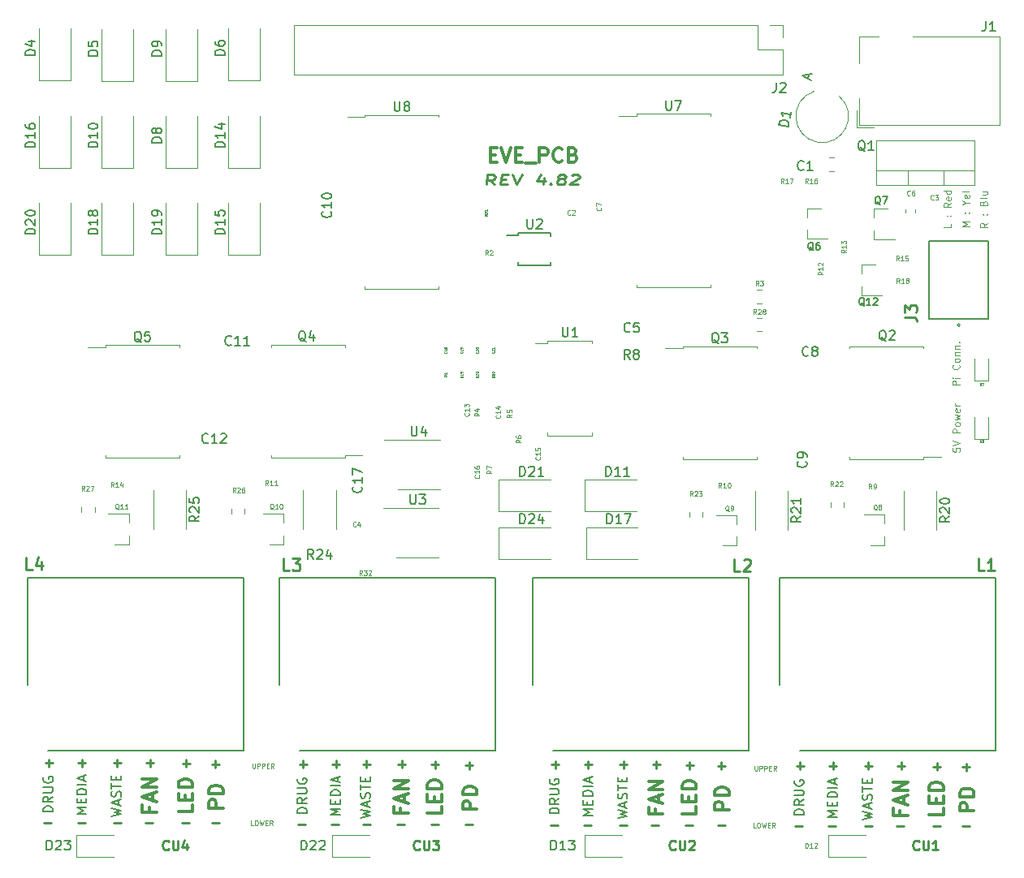
<source format=gbr>
G04 #@! TF.GenerationSoftware,KiCad,Pcbnew,5.1.6*
G04 #@! TF.CreationDate,2020-07-27T18:45:12-04:00*
G04 #@! TF.ProjectId,EVE-PCB-V4,4556452d-5043-4422-9d56-342e6b696361,rev?*
G04 #@! TF.SameCoordinates,Original*
G04 #@! TF.FileFunction,Legend,Top*
G04 #@! TF.FilePolarity,Positive*
%FSLAX46Y46*%
G04 Gerber Fmt 4.6, Leading zero omitted, Abs format (unit mm)*
G04 Created by KiCad (PCBNEW 5.1.6) date 2020-07-27 18:45:12*
%MOMM*%
%LPD*%
G01*
G04 APERTURE LIST*
%ADD10C,0.125000*%
%ADD11C,0.200000*%
%ADD12C,0.300000*%
%ADD13C,0.250000*%
%ADD14C,0.120000*%
%ADD15C,0.100000*%
%ADD16C,0.150000*%
%ADD17C,0.254000*%
%ADD18C,0.062500*%
G04 APERTURE END LIST*
D10*
X186165685Y-73860142D02*
X185415685Y-73860142D01*
X185415685Y-73574428D01*
X185451400Y-73503000D01*
X185487114Y-73467285D01*
X185558542Y-73431571D01*
X185665685Y-73431571D01*
X185737114Y-73467285D01*
X185772828Y-73503000D01*
X185808542Y-73574428D01*
X185808542Y-73860142D01*
X186165685Y-73110142D02*
X185665685Y-73110142D01*
X185415685Y-73110142D02*
X185451400Y-73145857D01*
X185487114Y-73110142D01*
X185451400Y-73074428D01*
X185415685Y-73110142D01*
X185487114Y-73110142D01*
X186094257Y-71753000D02*
X186129971Y-71788714D01*
X186165685Y-71895857D01*
X186165685Y-71967285D01*
X186129971Y-72074428D01*
X186058542Y-72145857D01*
X185987114Y-72181571D01*
X185844257Y-72217285D01*
X185737114Y-72217285D01*
X185594257Y-72181571D01*
X185522828Y-72145857D01*
X185451400Y-72074428D01*
X185415685Y-71967285D01*
X185415685Y-71895857D01*
X185451400Y-71788714D01*
X185487114Y-71753000D01*
X186165685Y-71324428D02*
X186129971Y-71395857D01*
X186094257Y-71431571D01*
X186022828Y-71467285D01*
X185808542Y-71467285D01*
X185737114Y-71431571D01*
X185701400Y-71395857D01*
X185665685Y-71324428D01*
X185665685Y-71217285D01*
X185701400Y-71145857D01*
X185737114Y-71110142D01*
X185808542Y-71074428D01*
X186022828Y-71074428D01*
X186094257Y-71110142D01*
X186129971Y-71145857D01*
X186165685Y-71217285D01*
X186165685Y-71324428D01*
X185665685Y-70753000D02*
X186165685Y-70753000D01*
X185737114Y-70753000D02*
X185701400Y-70717285D01*
X185665685Y-70645857D01*
X185665685Y-70538714D01*
X185701400Y-70467285D01*
X185772828Y-70431571D01*
X186165685Y-70431571D01*
X185665685Y-70074428D02*
X186165685Y-70074428D01*
X185737114Y-70074428D02*
X185701400Y-70038714D01*
X185665685Y-69967285D01*
X185665685Y-69860142D01*
X185701400Y-69788714D01*
X185772828Y-69753000D01*
X186165685Y-69753000D01*
X186094257Y-69395857D02*
X186129971Y-69360142D01*
X186165685Y-69395857D01*
X186129971Y-69431571D01*
X186094257Y-69395857D01*
X186165685Y-69395857D01*
X189061285Y-56952971D02*
X188704142Y-57202971D01*
X189061285Y-57381542D02*
X188311285Y-57381542D01*
X188311285Y-57095828D01*
X188347000Y-57024400D01*
X188382714Y-56988685D01*
X188454142Y-56952971D01*
X188561285Y-56952971D01*
X188632714Y-56988685D01*
X188668428Y-57024400D01*
X188704142Y-57095828D01*
X188704142Y-57381542D01*
X188989857Y-56060114D02*
X189025571Y-56024400D01*
X189061285Y-56060114D01*
X189025571Y-56095828D01*
X188989857Y-56060114D01*
X189061285Y-56060114D01*
X188597000Y-56060114D02*
X188632714Y-56024400D01*
X188668428Y-56060114D01*
X188632714Y-56095828D01*
X188597000Y-56060114D01*
X188668428Y-56060114D01*
X188668428Y-54881542D02*
X188704142Y-54774400D01*
X188739857Y-54738685D01*
X188811285Y-54702971D01*
X188918428Y-54702971D01*
X188989857Y-54738685D01*
X189025571Y-54774400D01*
X189061285Y-54845828D01*
X189061285Y-55131542D01*
X188311285Y-55131542D01*
X188311285Y-54881542D01*
X188347000Y-54810114D01*
X188382714Y-54774400D01*
X188454142Y-54738685D01*
X188525571Y-54738685D01*
X188597000Y-54774400D01*
X188632714Y-54810114D01*
X188668428Y-54881542D01*
X188668428Y-55131542D01*
X189061285Y-54274400D02*
X189025571Y-54345828D01*
X188954142Y-54381542D01*
X188311285Y-54381542D01*
X188561285Y-53667257D02*
X189061285Y-53667257D01*
X188561285Y-53988685D02*
X188954142Y-53988685D01*
X189025571Y-53952971D01*
X189061285Y-53881542D01*
X189061285Y-53774400D01*
X189025571Y-53702971D01*
X188989857Y-53667257D01*
X187181685Y-57312885D02*
X186431685Y-57312885D01*
X186967400Y-57062885D01*
X186431685Y-56812885D01*
X187181685Y-56812885D01*
X187110257Y-55884314D02*
X187145971Y-55848600D01*
X187181685Y-55884314D01*
X187145971Y-55920028D01*
X187110257Y-55884314D01*
X187181685Y-55884314D01*
X186717400Y-55884314D02*
X186753114Y-55848600D01*
X186788828Y-55884314D01*
X186753114Y-55920028D01*
X186717400Y-55884314D01*
X186788828Y-55884314D01*
X186824542Y-54812885D02*
X187181685Y-54812885D01*
X186431685Y-55062885D02*
X186824542Y-54812885D01*
X186431685Y-54562885D01*
X187145971Y-54027171D02*
X187181685Y-54098600D01*
X187181685Y-54241457D01*
X187145971Y-54312885D01*
X187074542Y-54348600D01*
X186788828Y-54348600D01*
X186717400Y-54312885D01*
X186681685Y-54241457D01*
X186681685Y-54098600D01*
X186717400Y-54027171D01*
X186788828Y-53991457D01*
X186860257Y-53991457D01*
X186931685Y-54348600D01*
X187181685Y-53562885D02*
X187145971Y-53634314D01*
X187074542Y-53670028D01*
X186431685Y-53670028D01*
X185302085Y-57027171D02*
X185302085Y-57384314D01*
X184552085Y-57384314D01*
X185230657Y-56205742D02*
X185266371Y-56170028D01*
X185302085Y-56205742D01*
X185266371Y-56241457D01*
X185230657Y-56205742D01*
X185302085Y-56205742D01*
X184837800Y-56205742D02*
X184873514Y-56170028D01*
X184909228Y-56205742D01*
X184873514Y-56241457D01*
X184837800Y-56205742D01*
X184909228Y-56205742D01*
X185302085Y-54848600D02*
X184944942Y-55098600D01*
X185302085Y-55277171D02*
X184552085Y-55277171D01*
X184552085Y-54991457D01*
X184587800Y-54920028D01*
X184623514Y-54884314D01*
X184694942Y-54848600D01*
X184802085Y-54848600D01*
X184873514Y-54884314D01*
X184909228Y-54920028D01*
X184944942Y-54991457D01*
X184944942Y-55277171D01*
X185266371Y-54241457D02*
X185302085Y-54312885D01*
X185302085Y-54455742D01*
X185266371Y-54527171D01*
X185194942Y-54562885D01*
X184909228Y-54562885D01*
X184837800Y-54527171D01*
X184802085Y-54455742D01*
X184802085Y-54312885D01*
X184837800Y-54241457D01*
X184909228Y-54205742D01*
X184980657Y-54205742D01*
X185052085Y-54562885D01*
X185302085Y-53562885D02*
X184552085Y-53562885D01*
X185266371Y-53562885D02*
X185302085Y-53634314D01*
X185302085Y-53777171D01*
X185266371Y-53848600D01*
X185230657Y-53884314D01*
X185159228Y-53920028D01*
X184944942Y-53920028D01*
X184873514Y-53884314D01*
X184837800Y-53848600D01*
X184802085Y-53777171D01*
X184802085Y-53634314D01*
X184837800Y-53562885D01*
D11*
X150518880Y-119070166D02*
X151518880Y-118832071D01*
X150804595Y-118641595D01*
X151518880Y-118451119D01*
X150518880Y-118213023D01*
X151233166Y-117879690D02*
X151233166Y-117403500D01*
X151518880Y-117974928D02*
X150518880Y-117641595D01*
X151518880Y-117308261D01*
X151471261Y-117022547D02*
X151518880Y-116879690D01*
X151518880Y-116641595D01*
X151471261Y-116546357D01*
X151423642Y-116498738D01*
X151328404Y-116451119D01*
X151233166Y-116451119D01*
X151137928Y-116498738D01*
X151090309Y-116546357D01*
X151042690Y-116641595D01*
X150995071Y-116832071D01*
X150947452Y-116927309D01*
X150899833Y-116974928D01*
X150804595Y-117022547D01*
X150709357Y-117022547D01*
X150614119Y-116974928D01*
X150566500Y-116927309D01*
X150518880Y-116832071D01*
X150518880Y-116593976D01*
X150566500Y-116451119D01*
X150518880Y-116165404D02*
X150518880Y-115593976D01*
X151518880Y-115879690D02*
X150518880Y-115879690D01*
X150995071Y-115260642D02*
X150995071Y-114927309D01*
X151518880Y-114784452D02*
X151518880Y-115260642D01*
X150518880Y-115260642D01*
X150518880Y-114784452D01*
D10*
X185466485Y-80422885D02*
X185466485Y-80780028D01*
X185823628Y-80815742D01*
X185787914Y-80780028D01*
X185752200Y-80708600D01*
X185752200Y-80530028D01*
X185787914Y-80458600D01*
X185823628Y-80422885D01*
X185895057Y-80387171D01*
X186073628Y-80387171D01*
X186145057Y-80422885D01*
X186180771Y-80458600D01*
X186216485Y-80530028D01*
X186216485Y-80708600D01*
X186180771Y-80780028D01*
X186145057Y-80815742D01*
X185466485Y-80172885D02*
X186216485Y-79922885D01*
X185466485Y-79672885D01*
X186216485Y-78851457D02*
X185466485Y-78851457D01*
X185466485Y-78565742D01*
X185502200Y-78494314D01*
X185537914Y-78458600D01*
X185609342Y-78422885D01*
X185716485Y-78422885D01*
X185787914Y-78458600D01*
X185823628Y-78494314D01*
X185859342Y-78565742D01*
X185859342Y-78851457D01*
X186216485Y-77994314D02*
X186180771Y-78065742D01*
X186145057Y-78101457D01*
X186073628Y-78137171D01*
X185859342Y-78137171D01*
X185787914Y-78101457D01*
X185752200Y-78065742D01*
X185716485Y-77994314D01*
X185716485Y-77887171D01*
X185752200Y-77815742D01*
X185787914Y-77780028D01*
X185859342Y-77744314D01*
X186073628Y-77744314D01*
X186145057Y-77780028D01*
X186180771Y-77815742D01*
X186216485Y-77887171D01*
X186216485Y-77994314D01*
X185716485Y-77494314D02*
X186216485Y-77351457D01*
X185859342Y-77208600D01*
X186216485Y-77065742D01*
X185716485Y-76922885D01*
X186180771Y-76351457D02*
X186216485Y-76422885D01*
X186216485Y-76565742D01*
X186180771Y-76637171D01*
X186109342Y-76672885D01*
X185823628Y-76672885D01*
X185752200Y-76637171D01*
X185716485Y-76565742D01*
X185716485Y-76422885D01*
X185752200Y-76351457D01*
X185823628Y-76315742D01*
X185895057Y-76315742D01*
X185966485Y-76672885D01*
X186216485Y-75994314D02*
X185716485Y-75994314D01*
X185859342Y-75994314D02*
X185787914Y-75958600D01*
X185752200Y-75922885D01*
X185716485Y-75851457D01*
X185716485Y-75780028D01*
X112541952Y-119796690D02*
X112303857Y-119796690D01*
X112303857Y-119296690D01*
X112803857Y-119296690D02*
X112899095Y-119296690D01*
X112946714Y-119320500D01*
X112994333Y-119368119D01*
X113018142Y-119463357D01*
X113018142Y-119630023D01*
X112994333Y-119725261D01*
X112946714Y-119772880D01*
X112899095Y-119796690D01*
X112803857Y-119796690D01*
X112756238Y-119772880D01*
X112708619Y-119725261D01*
X112684809Y-119630023D01*
X112684809Y-119463357D01*
X112708619Y-119368119D01*
X112756238Y-119320500D01*
X112803857Y-119296690D01*
X113184809Y-119296690D02*
X113303857Y-119796690D01*
X113399095Y-119439547D01*
X113494333Y-119796690D01*
X113613380Y-119296690D01*
X113803857Y-119534785D02*
X113970523Y-119534785D01*
X114041952Y-119796690D02*
X113803857Y-119796690D01*
X113803857Y-119296690D01*
X114041952Y-119296690D01*
X114541952Y-119796690D02*
X114375285Y-119558595D01*
X114256238Y-119796690D02*
X114256238Y-119296690D01*
X114446714Y-119296690D01*
X114494333Y-119320500D01*
X114518142Y-119344309D01*
X114541952Y-119391928D01*
X114541952Y-119463357D01*
X114518142Y-119510976D01*
X114494333Y-119534785D01*
X114446714Y-119558595D01*
X114256238Y-119558595D01*
D12*
X132187071Y-117804285D02*
X132187071Y-118518571D01*
X130687071Y-118518571D01*
X131401357Y-117304285D02*
X131401357Y-116804285D01*
X132187071Y-116590000D02*
X132187071Y-117304285D01*
X130687071Y-117304285D01*
X130687071Y-116590000D01*
X132187071Y-115947142D02*
X130687071Y-115947142D01*
X130687071Y-115590000D01*
X130758500Y-115375714D01*
X130901357Y-115232857D01*
X131044214Y-115161428D01*
X131329928Y-115090000D01*
X131544214Y-115090000D01*
X131829928Y-115161428D01*
X131972785Y-115232857D01*
X132115642Y-115375714D01*
X132187071Y-115590000D01*
X132187071Y-115947142D01*
D10*
X112418952Y-113327690D02*
X112418952Y-113732452D01*
X112442761Y-113780071D01*
X112466571Y-113803880D01*
X112514190Y-113827690D01*
X112609428Y-113827690D01*
X112657047Y-113803880D01*
X112680857Y-113780071D01*
X112704666Y-113732452D01*
X112704666Y-113327690D01*
X112942761Y-113827690D02*
X112942761Y-113327690D01*
X113133238Y-113327690D01*
X113180857Y-113351500D01*
X113204666Y-113375309D01*
X113228476Y-113422928D01*
X113228476Y-113494357D01*
X113204666Y-113541976D01*
X113180857Y-113565785D01*
X113133238Y-113589595D01*
X112942761Y-113589595D01*
X113442761Y-113827690D02*
X113442761Y-113327690D01*
X113633238Y-113327690D01*
X113680857Y-113351500D01*
X113704666Y-113375309D01*
X113728476Y-113422928D01*
X113728476Y-113494357D01*
X113704666Y-113541976D01*
X113680857Y-113565785D01*
X113633238Y-113589595D01*
X113442761Y-113589595D01*
X113942761Y-113565785D02*
X114109428Y-113565785D01*
X114180857Y-113827690D02*
X113942761Y-113827690D01*
X113942761Y-113327690D01*
X114180857Y-113327690D01*
X114680857Y-113827690D02*
X114514190Y-113589595D01*
X114395142Y-113827690D02*
X114395142Y-113327690D01*
X114585619Y-113327690D01*
X114633238Y-113351500D01*
X114657047Y-113375309D01*
X114680857Y-113422928D01*
X114680857Y-113494357D01*
X114657047Y-113541976D01*
X114633238Y-113565785D01*
X114585619Y-113589595D01*
X114395142Y-113589595D01*
D12*
X135870071Y-118109857D02*
X134370071Y-118109857D01*
X134370071Y-117538428D01*
X134441500Y-117395571D01*
X134512928Y-117324142D01*
X134655785Y-117252714D01*
X134870071Y-117252714D01*
X135012928Y-117324142D01*
X135084357Y-117395571D01*
X135155785Y-117538428D01*
X135155785Y-118109857D01*
X135870071Y-116609857D02*
X134370071Y-116609857D01*
X134370071Y-116252714D01*
X134441500Y-116038428D01*
X134584357Y-115895571D01*
X134727214Y-115824142D01*
X135012928Y-115752714D01*
X135227214Y-115752714D01*
X135512928Y-115824142D01*
X135655785Y-115895571D01*
X135798642Y-116038428D01*
X135870071Y-116252714D01*
X135870071Y-116609857D01*
X127908857Y-118054285D02*
X127908857Y-118554285D01*
X128694571Y-118554285D02*
X127194571Y-118554285D01*
X127194571Y-117840000D01*
X128266000Y-117340000D02*
X128266000Y-116625714D01*
X128694571Y-117482857D02*
X127194571Y-116982857D01*
X128694571Y-116482857D01*
X128694571Y-115982857D02*
X127194571Y-115982857D01*
X128694571Y-115125714D01*
X127194571Y-115125714D01*
D13*
X123952047Y-113418928D02*
X124713952Y-113418928D01*
X124333000Y-113799880D02*
X124333000Y-113037976D01*
X127635047Y-113418928D02*
X128396952Y-113418928D01*
X128016000Y-113799880D02*
X128016000Y-113037976D01*
X131127547Y-113482428D02*
X131889452Y-113482428D01*
X131508500Y-113863380D02*
X131508500Y-113101476D01*
X134683547Y-113545928D02*
X135445452Y-113545928D01*
X135064500Y-113926880D02*
X135064500Y-113164976D01*
D11*
X123721880Y-119006666D02*
X124721880Y-118768571D01*
X124007595Y-118578095D01*
X124721880Y-118387619D01*
X123721880Y-118149523D01*
X124436166Y-117816190D02*
X124436166Y-117340000D01*
X124721880Y-117911428D02*
X123721880Y-117578095D01*
X124721880Y-117244761D01*
X124674261Y-116959047D02*
X124721880Y-116816190D01*
X124721880Y-116578095D01*
X124674261Y-116482857D01*
X124626642Y-116435238D01*
X124531404Y-116387619D01*
X124436166Y-116387619D01*
X124340928Y-116435238D01*
X124293309Y-116482857D01*
X124245690Y-116578095D01*
X124198071Y-116768571D01*
X124150452Y-116863809D01*
X124102833Y-116911428D01*
X124007595Y-116959047D01*
X123912357Y-116959047D01*
X123817119Y-116911428D01*
X123769500Y-116863809D01*
X123721880Y-116768571D01*
X123721880Y-116530476D01*
X123769500Y-116387619D01*
X123721880Y-116101904D02*
X123721880Y-115530476D01*
X124721880Y-115816190D02*
X123721880Y-115816190D01*
X124198071Y-115197142D02*
X124198071Y-114863809D01*
X124721880Y-114720952D02*
X124721880Y-115197142D01*
X123721880Y-115197142D01*
X123721880Y-114720952D01*
D13*
X117221047Y-119705428D02*
X117982952Y-119705428D01*
X120713547Y-119705428D02*
X121475452Y-119705428D01*
X117348047Y-113418928D02*
X118109952Y-113418928D01*
X117729000Y-113799880D02*
X117729000Y-113037976D01*
X123952047Y-119705428D02*
X124713952Y-119705428D01*
D11*
X118117880Y-118498714D02*
X117117880Y-118498714D01*
X117117880Y-118260619D01*
X117165500Y-118117761D01*
X117260738Y-118022523D01*
X117355976Y-117974904D01*
X117546452Y-117927285D01*
X117689309Y-117927285D01*
X117879785Y-117974904D01*
X117975023Y-118022523D01*
X118070261Y-118117761D01*
X118117880Y-118260619D01*
X118117880Y-118498714D01*
X118117880Y-116927285D02*
X117641690Y-117260619D01*
X118117880Y-117498714D02*
X117117880Y-117498714D01*
X117117880Y-117117761D01*
X117165500Y-117022523D01*
X117213119Y-116974904D01*
X117308357Y-116927285D01*
X117451214Y-116927285D01*
X117546452Y-116974904D01*
X117594071Y-117022523D01*
X117641690Y-117117761D01*
X117641690Y-117498714D01*
X117117880Y-116498714D02*
X117927404Y-116498714D01*
X118022642Y-116451095D01*
X118070261Y-116403476D01*
X118117880Y-116308238D01*
X118117880Y-116117761D01*
X118070261Y-116022523D01*
X118022642Y-115974904D01*
X117927404Y-115927285D01*
X117117880Y-115927285D01*
X117165500Y-114927285D02*
X117117880Y-115022523D01*
X117117880Y-115165380D01*
X117165500Y-115308238D01*
X117260738Y-115403476D01*
X117355976Y-115451095D01*
X117546452Y-115498714D01*
X117689309Y-115498714D01*
X117879785Y-115451095D01*
X117975023Y-115403476D01*
X118070261Y-115308238D01*
X118117880Y-115165380D01*
X118117880Y-115070142D01*
X118070261Y-114927285D01*
X118022642Y-114879666D01*
X117689309Y-114879666D01*
X117689309Y-115070142D01*
D13*
X134683547Y-119705428D02*
X135445452Y-119705428D01*
D11*
X121610380Y-118728880D02*
X120610380Y-118728880D01*
X121324666Y-118395547D01*
X120610380Y-118062214D01*
X121610380Y-118062214D01*
X121086571Y-117586023D02*
X121086571Y-117252690D01*
X121610380Y-117109833D02*
X121610380Y-117586023D01*
X120610380Y-117586023D01*
X120610380Y-117109833D01*
X121610380Y-116681261D02*
X120610380Y-116681261D01*
X120610380Y-116443166D01*
X120658000Y-116300309D01*
X120753238Y-116205071D01*
X120848476Y-116157452D01*
X121038952Y-116109833D01*
X121181809Y-116109833D01*
X121372285Y-116157452D01*
X121467523Y-116205071D01*
X121562761Y-116300309D01*
X121610380Y-116443166D01*
X121610380Y-116681261D01*
X121610380Y-115681261D02*
X120610380Y-115681261D01*
X121324666Y-115252690D02*
X121324666Y-114776500D01*
X121610380Y-115347928D02*
X120610380Y-115014595D01*
X121610380Y-114681261D01*
D13*
X131064047Y-119705428D02*
X131825952Y-119705428D01*
X127508047Y-119705428D02*
X128269952Y-119705428D01*
X120777047Y-113418928D02*
X121538952Y-113418928D01*
X121158000Y-113799880D02*
X121158000Y-113037976D01*
X108204047Y-119578428D02*
X108965952Y-119578428D01*
X94297547Y-113291928D02*
X95059452Y-113291928D01*
X94678500Y-113672880D02*
X94678500Y-112910976D01*
X101409547Y-113291928D02*
X102171452Y-113291928D01*
X101790500Y-113672880D02*
X101790500Y-112910976D01*
D12*
X101683357Y-117927285D02*
X101683357Y-118427285D01*
X102469071Y-118427285D02*
X100969071Y-118427285D01*
X100969071Y-117713000D01*
X102040500Y-117213000D02*
X102040500Y-116498714D01*
X102469071Y-117355857D02*
X100969071Y-116855857D01*
X102469071Y-116355857D01*
X102469071Y-115855857D02*
X100969071Y-115855857D01*
X102469071Y-114998714D01*
X100969071Y-114998714D01*
D13*
X94234047Y-119578428D02*
X94995952Y-119578428D01*
X101282547Y-119578428D02*
X102044452Y-119578428D01*
D12*
X106215571Y-117677285D02*
X106215571Y-118391571D01*
X104715571Y-118391571D01*
X105429857Y-117177285D02*
X105429857Y-116677285D01*
X106215571Y-116463000D02*
X106215571Y-117177285D01*
X104715571Y-117177285D01*
X104715571Y-116463000D01*
X106215571Y-115820142D02*
X104715571Y-115820142D01*
X104715571Y-115463000D01*
X104787000Y-115248714D01*
X104929857Y-115105857D01*
X105072714Y-115034428D01*
X105358428Y-114963000D01*
X105572714Y-114963000D01*
X105858428Y-115034428D01*
X106001285Y-115105857D01*
X106144142Y-115248714D01*
X106215571Y-115463000D01*
X106215571Y-115820142D01*
D13*
X97980547Y-119578428D02*
X98742452Y-119578428D01*
D12*
X109390571Y-117982857D02*
X107890571Y-117982857D01*
X107890571Y-117411428D01*
X107962000Y-117268571D01*
X108033428Y-117197142D01*
X108176285Y-117125714D01*
X108390571Y-117125714D01*
X108533428Y-117197142D01*
X108604857Y-117268571D01*
X108676285Y-117411428D01*
X108676285Y-117982857D01*
X109390571Y-116482857D02*
X107890571Y-116482857D01*
X107890571Y-116125714D01*
X107962000Y-115911428D01*
X108104857Y-115768571D01*
X108247714Y-115697142D01*
X108533428Y-115625714D01*
X108747714Y-115625714D01*
X109033428Y-115697142D01*
X109176285Y-115768571D01*
X109319142Y-115911428D01*
X109390571Y-116125714D01*
X109390571Y-116482857D01*
D13*
X90741547Y-119578428D02*
X91503452Y-119578428D01*
X90868547Y-113291928D02*
X91630452Y-113291928D01*
X91249500Y-113672880D02*
X91249500Y-112910976D01*
D11*
X91638380Y-118371714D02*
X90638380Y-118371714D01*
X90638380Y-118133619D01*
X90686000Y-117990761D01*
X90781238Y-117895523D01*
X90876476Y-117847904D01*
X91066952Y-117800285D01*
X91209809Y-117800285D01*
X91400285Y-117847904D01*
X91495523Y-117895523D01*
X91590761Y-117990761D01*
X91638380Y-118133619D01*
X91638380Y-118371714D01*
X91638380Y-116800285D02*
X91162190Y-117133619D01*
X91638380Y-117371714D02*
X90638380Y-117371714D01*
X90638380Y-116990761D01*
X90686000Y-116895523D01*
X90733619Y-116847904D01*
X90828857Y-116800285D01*
X90971714Y-116800285D01*
X91066952Y-116847904D01*
X91114571Y-116895523D01*
X91162190Y-116990761D01*
X91162190Y-117371714D01*
X90638380Y-116371714D02*
X91447904Y-116371714D01*
X91543142Y-116324095D01*
X91590761Y-116276476D01*
X91638380Y-116181238D01*
X91638380Y-115990761D01*
X91590761Y-115895523D01*
X91543142Y-115847904D01*
X91447904Y-115800285D01*
X90638380Y-115800285D01*
X90686000Y-114800285D02*
X90638380Y-114895523D01*
X90638380Y-115038380D01*
X90686000Y-115181238D01*
X90781238Y-115276476D01*
X90876476Y-115324095D01*
X91066952Y-115371714D01*
X91209809Y-115371714D01*
X91400285Y-115324095D01*
X91495523Y-115276476D01*
X91590761Y-115181238D01*
X91638380Y-115038380D01*
X91638380Y-114943142D01*
X91590761Y-114800285D01*
X91543142Y-114752666D01*
X91209809Y-114752666D01*
X91209809Y-114943142D01*
D13*
X108204047Y-113418928D02*
X108965952Y-113418928D01*
X108585000Y-113799880D02*
X108585000Y-113037976D01*
X97980547Y-113291928D02*
X98742452Y-113291928D01*
X98361500Y-113672880D02*
X98361500Y-112910976D01*
X105092547Y-119578428D02*
X105854452Y-119578428D01*
D11*
X95130880Y-118601880D02*
X94130880Y-118601880D01*
X94845166Y-118268547D01*
X94130880Y-117935214D01*
X95130880Y-117935214D01*
X94607071Y-117459023D02*
X94607071Y-117125690D01*
X95130880Y-116982833D02*
X95130880Y-117459023D01*
X94130880Y-117459023D01*
X94130880Y-116982833D01*
X95130880Y-116554261D02*
X94130880Y-116554261D01*
X94130880Y-116316166D01*
X94178500Y-116173309D01*
X94273738Y-116078071D01*
X94368976Y-116030452D01*
X94559452Y-115982833D01*
X94702309Y-115982833D01*
X94892785Y-116030452D01*
X94988023Y-116078071D01*
X95083261Y-116173309D01*
X95130880Y-116316166D01*
X95130880Y-116554261D01*
X95130880Y-115554261D02*
X94130880Y-115554261D01*
X94845166Y-115125690D02*
X94845166Y-114649500D01*
X95130880Y-115220928D02*
X94130880Y-114887595D01*
X95130880Y-114554261D01*
D13*
X105156047Y-113355428D02*
X105917952Y-113355428D01*
X105537000Y-113736380D02*
X105537000Y-112974476D01*
D11*
X97750380Y-118879666D02*
X98750380Y-118641571D01*
X98036095Y-118451095D01*
X98750380Y-118260619D01*
X97750380Y-118022523D01*
X98464666Y-117689190D02*
X98464666Y-117213000D01*
X98750380Y-117784428D02*
X97750380Y-117451095D01*
X98750380Y-117117761D01*
X98702761Y-116832047D02*
X98750380Y-116689190D01*
X98750380Y-116451095D01*
X98702761Y-116355857D01*
X98655142Y-116308238D01*
X98559904Y-116260619D01*
X98464666Y-116260619D01*
X98369428Y-116308238D01*
X98321809Y-116355857D01*
X98274190Y-116451095D01*
X98226571Y-116641571D01*
X98178952Y-116736809D01*
X98131333Y-116784428D01*
X98036095Y-116832047D01*
X97940857Y-116832047D01*
X97845619Y-116784428D01*
X97798000Y-116736809D01*
X97750380Y-116641571D01*
X97750380Y-116403476D01*
X97798000Y-116260619D01*
X97750380Y-115974904D02*
X97750380Y-115403476D01*
X98750380Y-115689190D02*
X97750380Y-115689190D01*
X98226571Y-115070142D02*
X98226571Y-114736809D01*
X98750380Y-114593952D02*
X98750380Y-115070142D01*
X97750380Y-115070142D01*
X97750380Y-114593952D01*
D12*
X158730071Y-117867785D02*
X158730071Y-118582071D01*
X157230071Y-118582071D01*
X157944357Y-117367785D02*
X157944357Y-116867785D01*
X158730071Y-116653500D02*
X158730071Y-117367785D01*
X157230071Y-117367785D01*
X157230071Y-116653500D01*
X158730071Y-116010642D02*
X157230071Y-116010642D01*
X157230071Y-115653500D01*
X157301500Y-115439214D01*
X157444357Y-115296357D01*
X157587214Y-115224928D01*
X157872928Y-115153500D01*
X158087214Y-115153500D01*
X158372928Y-115224928D01*
X158515785Y-115296357D01*
X158658642Y-115439214D01*
X158730071Y-115653500D01*
X158730071Y-116010642D01*
X162159071Y-118173357D02*
X160659071Y-118173357D01*
X160659071Y-117601928D01*
X160730500Y-117459071D01*
X160801928Y-117387642D01*
X160944785Y-117316214D01*
X161159071Y-117316214D01*
X161301928Y-117387642D01*
X161373357Y-117459071D01*
X161444785Y-117601928D01*
X161444785Y-118173357D01*
X162159071Y-116673357D02*
X160659071Y-116673357D01*
X160659071Y-116316214D01*
X160730500Y-116101928D01*
X160873357Y-115959071D01*
X161016214Y-115887642D01*
X161301928Y-115816214D01*
X161516214Y-115816214D01*
X161801928Y-115887642D01*
X161944785Y-115959071D01*
X162087642Y-116101928D01*
X162159071Y-116316214D01*
X162159071Y-116673357D01*
X154451857Y-118117785D02*
X154451857Y-118617785D01*
X155237571Y-118617785D02*
X153737571Y-118617785D01*
X153737571Y-117903500D01*
X154809000Y-117403500D02*
X154809000Y-116689214D01*
X155237571Y-117546357D02*
X153737571Y-117046357D01*
X155237571Y-116546357D01*
X155237571Y-116046357D02*
X153737571Y-116046357D01*
X155237571Y-115189214D01*
X153737571Y-115189214D01*
D13*
X150749047Y-113482428D02*
X151510952Y-113482428D01*
X151130000Y-113863380D02*
X151130000Y-113101476D01*
X154178047Y-113482428D02*
X154939952Y-113482428D01*
X154559000Y-113863380D02*
X154559000Y-113101476D01*
X157670547Y-113545928D02*
X158432452Y-113545928D01*
X158051500Y-113926880D02*
X158051500Y-113164976D01*
X160972547Y-113609428D02*
X161734452Y-113609428D01*
X161353500Y-113990380D02*
X161353500Y-113228476D01*
X143510047Y-119768928D02*
X144271952Y-119768928D01*
X147002547Y-119768928D02*
X147764452Y-119768928D01*
X143637047Y-113482428D02*
X144398952Y-113482428D01*
X144018000Y-113863380D02*
X144018000Y-113101476D01*
X150749047Y-119768928D02*
X151510952Y-119768928D01*
D11*
X144406880Y-118562214D02*
X143406880Y-118562214D01*
X143406880Y-118324119D01*
X143454500Y-118181261D01*
X143549738Y-118086023D01*
X143644976Y-118038404D01*
X143835452Y-117990785D01*
X143978309Y-117990785D01*
X144168785Y-118038404D01*
X144264023Y-118086023D01*
X144359261Y-118181261D01*
X144406880Y-118324119D01*
X144406880Y-118562214D01*
X144406880Y-116990785D02*
X143930690Y-117324119D01*
X144406880Y-117562214D02*
X143406880Y-117562214D01*
X143406880Y-117181261D01*
X143454500Y-117086023D01*
X143502119Y-117038404D01*
X143597357Y-116990785D01*
X143740214Y-116990785D01*
X143835452Y-117038404D01*
X143883071Y-117086023D01*
X143930690Y-117181261D01*
X143930690Y-117562214D01*
X143406880Y-116562214D02*
X144216404Y-116562214D01*
X144311642Y-116514595D01*
X144359261Y-116466976D01*
X144406880Y-116371738D01*
X144406880Y-116181261D01*
X144359261Y-116086023D01*
X144311642Y-116038404D01*
X144216404Y-115990785D01*
X143406880Y-115990785D01*
X143454500Y-114990785D02*
X143406880Y-115086023D01*
X143406880Y-115228880D01*
X143454500Y-115371738D01*
X143549738Y-115466976D01*
X143644976Y-115514595D01*
X143835452Y-115562214D01*
X143978309Y-115562214D01*
X144168785Y-115514595D01*
X144264023Y-115466976D01*
X144359261Y-115371738D01*
X144406880Y-115228880D01*
X144406880Y-115133642D01*
X144359261Y-114990785D01*
X144311642Y-114943166D01*
X143978309Y-114943166D01*
X143978309Y-115133642D01*
D13*
X160972547Y-119768928D02*
X161734452Y-119768928D01*
D11*
X147899380Y-118792380D02*
X146899380Y-118792380D01*
X147613666Y-118459047D01*
X146899380Y-118125714D01*
X147899380Y-118125714D01*
X147375571Y-117649523D02*
X147375571Y-117316190D01*
X147899380Y-117173333D02*
X147899380Y-117649523D01*
X146899380Y-117649523D01*
X146899380Y-117173333D01*
X147899380Y-116744761D02*
X146899380Y-116744761D01*
X146899380Y-116506666D01*
X146947000Y-116363809D01*
X147042238Y-116268571D01*
X147137476Y-116220952D01*
X147327952Y-116173333D01*
X147470809Y-116173333D01*
X147661285Y-116220952D01*
X147756523Y-116268571D01*
X147851761Y-116363809D01*
X147899380Y-116506666D01*
X147899380Y-116744761D01*
X147899380Y-115744761D02*
X146899380Y-115744761D01*
X147613666Y-115316190D02*
X147613666Y-114840000D01*
X147899380Y-115411428D02*
X146899380Y-115078095D01*
X147899380Y-114744761D01*
D13*
X157607047Y-119768928D02*
X158368952Y-119768928D01*
X154051047Y-119768928D02*
X154812952Y-119768928D01*
X147066047Y-113482428D02*
X147827952Y-113482428D01*
X147447000Y-113863380D02*
X147447000Y-113101476D01*
X169037047Y-119895928D02*
X169798952Y-119895928D01*
X172529547Y-119895928D02*
X173291452Y-119895928D01*
X176276047Y-119895928D02*
X177037952Y-119895928D01*
X179578047Y-119895928D02*
X180339952Y-119895928D01*
X183388047Y-119895928D02*
X184149952Y-119895928D01*
X186499547Y-119895928D02*
X187261452Y-119895928D01*
X169164047Y-113609428D02*
X169925952Y-113609428D01*
X169545000Y-113990380D02*
X169545000Y-113228476D01*
X172593047Y-113609428D02*
X173354952Y-113609428D01*
X172974000Y-113990380D02*
X172974000Y-113228476D01*
D11*
X169933880Y-118689214D02*
X168933880Y-118689214D01*
X168933880Y-118451119D01*
X168981500Y-118308261D01*
X169076738Y-118213023D01*
X169171976Y-118165404D01*
X169362452Y-118117785D01*
X169505309Y-118117785D01*
X169695785Y-118165404D01*
X169791023Y-118213023D01*
X169886261Y-118308261D01*
X169933880Y-118451119D01*
X169933880Y-118689214D01*
X169933880Y-117117785D02*
X169457690Y-117451119D01*
X169933880Y-117689214D02*
X168933880Y-117689214D01*
X168933880Y-117308261D01*
X168981500Y-117213023D01*
X169029119Y-117165404D01*
X169124357Y-117117785D01*
X169267214Y-117117785D01*
X169362452Y-117165404D01*
X169410071Y-117213023D01*
X169457690Y-117308261D01*
X169457690Y-117689214D01*
X168933880Y-116689214D02*
X169743404Y-116689214D01*
X169838642Y-116641595D01*
X169886261Y-116593976D01*
X169933880Y-116498738D01*
X169933880Y-116308261D01*
X169886261Y-116213023D01*
X169838642Y-116165404D01*
X169743404Y-116117785D01*
X168933880Y-116117785D01*
X168981500Y-115117785D02*
X168933880Y-115213023D01*
X168933880Y-115355880D01*
X168981500Y-115498738D01*
X169076738Y-115593976D01*
X169171976Y-115641595D01*
X169362452Y-115689214D01*
X169505309Y-115689214D01*
X169695785Y-115641595D01*
X169791023Y-115593976D01*
X169886261Y-115498738D01*
X169933880Y-115355880D01*
X169933880Y-115260642D01*
X169886261Y-115117785D01*
X169838642Y-115070166D01*
X169505309Y-115070166D01*
X169505309Y-115260642D01*
X173426380Y-118919380D02*
X172426380Y-118919380D01*
X173140666Y-118586047D01*
X172426380Y-118252714D01*
X173426380Y-118252714D01*
X172902571Y-117776523D02*
X172902571Y-117443190D01*
X173426380Y-117300333D02*
X173426380Y-117776523D01*
X172426380Y-117776523D01*
X172426380Y-117300333D01*
X173426380Y-116871761D02*
X172426380Y-116871761D01*
X172426380Y-116633666D01*
X172474000Y-116490809D01*
X172569238Y-116395571D01*
X172664476Y-116347952D01*
X172854952Y-116300333D01*
X172997809Y-116300333D01*
X173188285Y-116347952D01*
X173283523Y-116395571D01*
X173378761Y-116490809D01*
X173426380Y-116633666D01*
X173426380Y-116871761D01*
X173426380Y-115871761D02*
X172426380Y-115871761D01*
X173140666Y-115443190D02*
X173140666Y-114967000D01*
X173426380Y-115538428D02*
X172426380Y-115205095D01*
X173426380Y-114871761D01*
D13*
X176276047Y-113609428D02*
X177037952Y-113609428D01*
X176657000Y-113990380D02*
X176657000Y-113228476D01*
X179705047Y-113609428D02*
X180466952Y-113609428D01*
X180086000Y-113990380D02*
X180086000Y-113228476D01*
X183451547Y-113672928D02*
X184213452Y-113672928D01*
X183832500Y-114053880D02*
X183832500Y-113291976D01*
X186499547Y-113736428D02*
X187261452Y-113736428D01*
X186880500Y-114117380D02*
X186880500Y-113355476D01*
D11*
X176045880Y-119197166D02*
X177045880Y-118959071D01*
X176331595Y-118768595D01*
X177045880Y-118578119D01*
X176045880Y-118340023D01*
X176760166Y-118006690D02*
X176760166Y-117530500D01*
X177045880Y-118101928D02*
X176045880Y-117768595D01*
X177045880Y-117435261D01*
X176998261Y-117149547D02*
X177045880Y-117006690D01*
X177045880Y-116768595D01*
X176998261Y-116673357D01*
X176950642Y-116625738D01*
X176855404Y-116578119D01*
X176760166Y-116578119D01*
X176664928Y-116625738D01*
X176617309Y-116673357D01*
X176569690Y-116768595D01*
X176522071Y-116959071D01*
X176474452Y-117054309D01*
X176426833Y-117101928D01*
X176331595Y-117149547D01*
X176236357Y-117149547D01*
X176141119Y-117101928D01*
X176093500Y-117054309D01*
X176045880Y-116959071D01*
X176045880Y-116720976D01*
X176093500Y-116578119D01*
X176045880Y-116292404D02*
X176045880Y-115720976D01*
X177045880Y-116006690D02*
X176045880Y-116006690D01*
X176522071Y-115387642D02*
X176522071Y-115054309D01*
X177045880Y-114911452D02*
X177045880Y-115387642D01*
X176045880Y-115387642D01*
X176045880Y-114911452D01*
D12*
X179978857Y-118244785D02*
X179978857Y-118744785D01*
X180764571Y-118744785D02*
X179264571Y-118744785D01*
X179264571Y-118030500D01*
X180336000Y-117530500D02*
X180336000Y-116816214D01*
X180764571Y-117673357D02*
X179264571Y-117173357D01*
X180764571Y-116673357D01*
X180764571Y-116173357D02*
X179264571Y-116173357D01*
X180764571Y-115316214D01*
X179264571Y-115316214D01*
X184511071Y-117994785D02*
X184511071Y-118709071D01*
X183011071Y-118709071D01*
X183725357Y-117494785D02*
X183725357Y-116994785D01*
X184511071Y-116780500D02*
X184511071Y-117494785D01*
X183011071Y-117494785D01*
X183011071Y-116780500D01*
X184511071Y-116137642D02*
X183011071Y-116137642D01*
X183011071Y-115780500D01*
X183082500Y-115566214D01*
X183225357Y-115423357D01*
X183368214Y-115351928D01*
X183653928Y-115280500D01*
X183868214Y-115280500D01*
X184153928Y-115351928D01*
X184296785Y-115423357D01*
X184439642Y-115566214D01*
X184511071Y-115780500D01*
X184511071Y-116137642D01*
D10*
X164806452Y-113581690D02*
X164806452Y-113986452D01*
X164830261Y-114034071D01*
X164854071Y-114057880D01*
X164901690Y-114081690D01*
X164996928Y-114081690D01*
X165044547Y-114057880D01*
X165068357Y-114034071D01*
X165092166Y-113986452D01*
X165092166Y-113581690D01*
X165330261Y-114081690D02*
X165330261Y-113581690D01*
X165520738Y-113581690D01*
X165568357Y-113605500D01*
X165592166Y-113629309D01*
X165615976Y-113676928D01*
X165615976Y-113748357D01*
X165592166Y-113795976D01*
X165568357Y-113819785D01*
X165520738Y-113843595D01*
X165330261Y-113843595D01*
X165830261Y-114081690D02*
X165830261Y-113581690D01*
X166020738Y-113581690D01*
X166068357Y-113605500D01*
X166092166Y-113629309D01*
X166115976Y-113676928D01*
X166115976Y-113748357D01*
X166092166Y-113795976D01*
X166068357Y-113819785D01*
X166020738Y-113843595D01*
X165830261Y-113843595D01*
X166330261Y-113819785D02*
X166496928Y-113819785D01*
X166568357Y-114081690D02*
X166330261Y-114081690D01*
X166330261Y-113581690D01*
X166568357Y-113581690D01*
X167068357Y-114081690D02*
X166901690Y-113843595D01*
X166782642Y-114081690D02*
X166782642Y-113581690D01*
X166973119Y-113581690D01*
X167020738Y-113605500D01*
X167044547Y-113629309D01*
X167068357Y-113676928D01*
X167068357Y-113748357D01*
X167044547Y-113795976D01*
X167020738Y-113819785D01*
X166973119Y-113843595D01*
X166782642Y-113843595D01*
X164929452Y-120050690D02*
X164691357Y-120050690D01*
X164691357Y-119550690D01*
X165191357Y-119550690D02*
X165286595Y-119550690D01*
X165334214Y-119574500D01*
X165381833Y-119622119D01*
X165405642Y-119717357D01*
X165405642Y-119884023D01*
X165381833Y-119979261D01*
X165334214Y-120026880D01*
X165286595Y-120050690D01*
X165191357Y-120050690D01*
X165143738Y-120026880D01*
X165096119Y-119979261D01*
X165072309Y-119884023D01*
X165072309Y-119717357D01*
X165096119Y-119622119D01*
X165143738Y-119574500D01*
X165191357Y-119550690D01*
X165572309Y-119550690D02*
X165691357Y-120050690D01*
X165786595Y-119693547D01*
X165881833Y-120050690D01*
X166000880Y-119550690D01*
X166191357Y-119788785D02*
X166358023Y-119788785D01*
X166429452Y-120050690D02*
X166191357Y-120050690D01*
X166191357Y-119550690D01*
X166429452Y-119550690D01*
X166929452Y-120050690D02*
X166762785Y-119812595D01*
X166643738Y-120050690D02*
X166643738Y-119550690D01*
X166834214Y-119550690D01*
X166881833Y-119574500D01*
X166905642Y-119598309D01*
X166929452Y-119645928D01*
X166929452Y-119717357D01*
X166905642Y-119764976D01*
X166881833Y-119788785D01*
X166834214Y-119812595D01*
X166643738Y-119812595D01*
D12*
X187686071Y-118300357D02*
X186186071Y-118300357D01*
X186186071Y-117728928D01*
X186257500Y-117586071D01*
X186328928Y-117514642D01*
X186471785Y-117443214D01*
X186686071Y-117443214D01*
X186828928Y-117514642D01*
X186900357Y-117586071D01*
X186971785Y-117728928D01*
X186971785Y-118300357D01*
X187686071Y-116800357D02*
X186186071Y-116800357D01*
X186186071Y-116443214D01*
X186257500Y-116228928D01*
X186400357Y-116086071D01*
X186543214Y-116014642D01*
X186828928Y-115943214D01*
X187043214Y-115943214D01*
X187328928Y-116014642D01*
X187471785Y-116086071D01*
X187614642Y-116228928D01*
X187686071Y-116443214D01*
X187686071Y-116800357D01*
D13*
X103703523Y-122277142D02*
X103655904Y-122324761D01*
X103513047Y-122372380D01*
X103417809Y-122372380D01*
X103274952Y-122324761D01*
X103179714Y-122229523D01*
X103132095Y-122134285D01*
X103084476Y-121943809D01*
X103084476Y-121800952D01*
X103132095Y-121610476D01*
X103179714Y-121515238D01*
X103274952Y-121420000D01*
X103417809Y-121372380D01*
X103513047Y-121372380D01*
X103655904Y-121420000D01*
X103703523Y-121467619D01*
X104132095Y-121372380D02*
X104132095Y-122181904D01*
X104179714Y-122277142D01*
X104227333Y-122324761D01*
X104322571Y-122372380D01*
X104513047Y-122372380D01*
X104608285Y-122324761D01*
X104655904Y-122277142D01*
X104703523Y-122181904D01*
X104703523Y-121372380D01*
X105608285Y-121705714D02*
X105608285Y-122372380D01*
X105370190Y-121324761D02*
X105132095Y-122039047D01*
X105751142Y-122039047D01*
X129865523Y-122277142D02*
X129817904Y-122324761D01*
X129675047Y-122372380D01*
X129579809Y-122372380D01*
X129436952Y-122324761D01*
X129341714Y-122229523D01*
X129294095Y-122134285D01*
X129246476Y-121943809D01*
X129246476Y-121800952D01*
X129294095Y-121610476D01*
X129341714Y-121515238D01*
X129436952Y-121420000D01*
X129579809Y-121372380D01*
X129675047Y-121372380D01*
X129817904Y-121420000D01*
X129865523Y-121467619D01*
X130294095Y-121372380D02*
X130294095Y-122181904D01*
X130341714Y-122277142D01*
X130389333Y-122324761D01*
X130484571Y-122372380D01*
X130675047Y-122372380D01*
X130770285Y-122324761D01*
X130817904Y-122277142D01*
X130865523Y-122181904D01*
X130865523Y-121372380D01*
X131246476Y-121372380D02*
X131865523Y-121372380D01*
X131532190Y-121753333D01*
X131675047Y-121753333D01*
X131770285Y-121800952D01*
X131817904Y-121848571D01*
X131865523Y-121943809D01*
X131865523Y-122181904D01*
X131817904Y-122277142D01*
X131770285Y-122324761D01*
X131675047Y-122372380D01*
X131389333Y-122372380D01*
X131294095Y-122324761D01*
X131246476Y-122277142D01*
X156535523Y-122277142D02*
X156487904Y-122324761D01*
X156345047Y-122372380D01*
X156249809Y-122372380D01*
X156106952Y-122324761D01*
X156011714Y-122229523D01*
X155964095Y-122134285D01*
X155916476Y-121943809D01*
X155916476Y-121800952D01*
X155964095Y-121610476D01*
X156011714Y-121515238D01*
X156106952Y-121420000D01*
X156249809Y-121372380D01*
X156345047Y-121372380D01*
X156487904Y-121420000D01*
X156535523Y-121467619D01*
X156964095Y-121372380D02*
X156964095Y-122181904D01*
X157011714Y-122277142D01*
X157059333Y-122324761D01*
X157154571Y-122372380D01*
X157345047Y-122372380D01*
X157440285Y-122324761D01*
X157487904Y-122277142D01*
X157535523Y-122181904D01*
X157535523Y-121372380D01*
X157964095Y-121467619D02*
X158011714Y-121420000D01*
X158106952Y-121372380D01*
X158345047Y-121372380D01*
X158440285Y-121420000D01*
X158487904Y-121467619D01*
X158535523Y-121562857D01*
X158535523Y-121658095D01*
X158487904Y-121800952D01*
X157916476Y-122372380D01*
X158535523Y-122372380D01*
X181935523Y-122277142D02*
X181887904Y-122324761D01*
X181745047Y-122372380D01*
X181649809Y-122372380D01*
X181506952Y-122324761D01*
X181411714Y-122229523D01*
X181364095Y-122134285D01*
X181316476Y-121943809D01*
X181316476Y-121800952D01*
X181364095Y-121610476D01*
X181411714Y-121515238D01*
X181506952Y-121420000D01*
X181649809Y-121372380D01*
X181745047Y-121372380D01*
X181887904Y-121420000D01*
X181935523Y-121467619D01*
X182364095Y-121372380D02*
X182364095Y-122181904D01*
X182411714Y-122277142D01*
X182459333Y-122324761D01*
X182554571Y-122372380D01*
X182745047Y-122372380D01*
X182840285Y-122324761D01*
X182887904Y-122277142D01*
X182935523Y-122181904D01*
X182935523Y-121372380D01*
X183935523Y-122372380D02*
X183364095Y-122372380D01*
X183649809Y-122372380D02*
X183649809Y-121372380D01*
X183554571Y-121515238D01*
X183459333Y-121610476D01*
X183364095Y-121658095D01*
X137665164Y-52918149D02*
X137224688Y-52441959D01*
X136808021Y-52918149D02*
X136933021Y-51918149D01*
X137504450Y-51918149D01*
X137641354Y-51965769D01*
X137706831Y-52013388D01*
X137766354Y-52108626D01*
X137748497Y-52251483D01*
X137665164Y-52346721D01*
X137587783Y-52394340D01*
X137438973Y-52441959D01*
X136867545Y-52441959D01*
X138373497Y-52394340D02*
X138873497Y-52394340D01*
X139022307Y-52918149D02*
X138308021Y-52918149D01*
X138433021Y-51918149D01*
X139147307Y-51918149D01*
X139575878Y-51918149D02*
X139950878Y-52918149D01*
X140575878Y-51918149D01*
X142819926Y-52251483D02*
X142736593Y-52918149D01*
X142510402Y-51870530D02*
X142063973Y-52584816D01*
X142992545Y-52584816D01*
X143534212Y-52822911D02*
X143599688Y-52870530D01*
X143522307Y-52918149D01*
X143456831Y-52870530D01*
X143534212Y-52822911D01*
X143522307Y-52918149D01*
X144522307Y-52346721D02*
X144385402Y-52299102D01*
X144319926Y-52251483D01*
X144260402Y-52156245D01*
X144266354Y-52108626D01*
X144349688Y-52013388D01*
X144427069Y-51965769D01*
X144575878Y-51918149D01*
X144861593Y-51918149D01*
X144998497Y-51965769D01*
X145063973Y-52013388D01*
X145123497Y-52108626D01*
X145117545Y-52156245D01*
X145034212Y-52251483D01*
X144956831Y-52299102D01*
X144808021Y-52346721D01*
X144522307Y-52346721D01*
X144373497Y-52394340D01*
X144296116Y-52441959D01*
X144212783Y-52537197D01*
X144188973Y-52727673D01*
X144248497Y-52822911D01*
X144313973Y-52870530D01*
X144450878Y-52918149D01*
X144736593Y-52918149D01*
X144885402Y-52870530D01*
X144962783Y-52822911D01*
X145046116Y-52727673D01*
X145069926Y-52537197D01*
X145010402Y-52441959D01*
X144944926Y-52394340D01*
X144808021Y-52346721D01*
X145706831Y-52013388D02*
X145784212Y-51965769D01*
X145933021Y-51918149D01*
X146290164Y-51918149D01*
X146427069Y-51965769D01*
X146492545Y-52013388D01*
X146552069Y-52108626D01*
X146540164Y-52203864D01*
X146450878Y-52346721D01*
X145522307Y-52918149D01*
X146450878Y-52918149D01*
D12*
X137237560Y-49818626D02*
X137737560Y-49818626D01*
X137951846Y-50604340D02*
X137237560Y-50604340D01*
X137237560Y-49104340D01*
X137951846Y-49104340D01*
X138380417Y-49104340D02*
X138880417Y-50604340D01*
X139380417Y-49104340D01*
X139880417Y-49818626D02*
X140380417Y-49818626D01*
X140594703Y-50604340D02*
X139880417Y-50604340D01*
X139880417Y-49104340D01*
X140594703Y-49104340D01*
X140880417Y-50747197D02*
X142023274Y-50747197D01*
X142380417Y-50604340D02*
X142380417Y-49104340D01*
X142951846Y-49104340D01*
X143094703Y-49175769D01*
X143166131Y-49247197D01*
X143237560Y-49390054D01*
X143237560Y-49604340D01*
X143166131Y-49747197D01*
X143094703Y-49818626D01*
X142951846Y-49890054D01*
X142380417Y-49890054D01*
X144737560Y-50461483D02*
X144666131Y-50532911D01*
X144451846Y-50604340D01*
X144308988Y-50604340D01*
X144094703Y-50532911D01*
X143951846Y-50390054D01*
X143880417Y-50247197D01*
X143808988Y-49961483D01*
X143808988Y-49747197D01*
X143880417Y-49461483D01*
X143951846Y-49318626D01*
X144094703Y-49175769D01*
X144308988Y-49104340D01*
X144451846Y-49104340D01*
X144666131Y-49175769D01*
X144737560Y-49247197D01*
X145880417Y-49818626D02*
X146094703Y-49890054D01*
X146166131Y-49961483D01*
X146237560Y-50104340D01*
X146237560Y-50318626D01*
X146166131Y-50461483D01*
X146094703Y-50532911D01*
X145951846Y-50604340D01*
X145380417Y-50604340D01*
X145380417Y-49104340D01*
X145880417Y-49104340D01*
X146023274Y-49175769D01*
X146094703Y-49247197D01*
X146166131Y-49390054D01*
X146166131Y-49532911D01*
X146094703Y-49675769D01*
X146023274Y-49747197D01*
X145880417Y-49818626D01*
X145380417Y-49818626D01*
D14*
X161163000Y-81577000D02*
X165023000Y-81577000D01*
X165023000Y-81577000D02*
X165023000Y-81332000D01*
X161163000Y-81577000D02*
X157303000Y-81577000D01*
X157303000Y-81577000D02*
X157303000Y-81332000D01*
X161163000Y-69807000D02*
X165023000Y-69807000D01*
X165023000Y-69807000D02*
X165023000Y-70052000D01*
X161163000Y-69807000D02*
X157303000Y-69807000D01*
X157303000Y-69807000D02*
X157303000Y-70052000D01*
X157303000Y-70052000D02*
X155488000Y-70052000D01*
D11*
X91092346Y-112010000D02*
X111492346Y-112010000D01*
X111492346Y-112010000D02*
X111492346Y-94010000D01*
X111492346Y-94010000D02*
X88992346Y-94010000D01*
X88992346Y-94010000D02*
X88992346Y-105110000D01*
D14*
X105532500Y-84815936D02*
X105532500Y-88920064D01*
X102112500Y-84815936D02*
X102112500Y-88920064D01*
X121153500Y-84815936D02*
X121153500Y-88920064D01*
X117733500Y-84815936D02*
X117733500Y-88920064D01*
X168270500Y-84879436D02*
X168270500Y-88983564D01*
X164850500Y-84879436D02*
X164850500Y-88983564D01*
X183764500Y-84879436D02*
X183764500Y-88983564D01*
X180344500Y-84879436D02*
X180344500Y-88983564D01*
X116813346Y-36276769D02*
X116813346Y-41476769D01*
X165133346Y-36276769D02*
X116813346Y-36276769D01*
X167733346Y-41476769D02*
X116813346Y-41476769D01*
X165133346Y-36276769D02*
X165133346Y-38876769D01*
X165133346Y-38876769D02*
X167733346Y-38876769D01*
X167733346Y-38876769D02*
X167733346Y-41476769D01*
X166403346Y-36276769D02*
X167733346Y-36276769D01*
X167733346Y-36276769D02*
X167733346Y-37606769D01*
D11*
X169514846Y-112010000D02*
X189914846Y-112010000D01*
X189914846Y-112010000D02*
X189914846Y-94010000D01*
X189914846Y-94010000D02*
X167414846Y-94010000D01*
X167414846Y-94010000D02*
X167414846Y-105110000D01*
X143797346Y-112010000D02*
X164197346Y-112010000D01*
X164197346Y-112010000D02*
X164197346Y-94010000D01*
X164197346Y-94010000D02*
X141697346Y-94010000D01*
X141697346Y-94010000D02*
X141697346Y-105110000D01*
X117381346Y-112010000D02*
X137781346Y-112010000D01*
X137781346Y-112010000D02*
X137781346Y-94010000D01*
X137781346Y-94010000D02*
X115281346Y-94010000D01*
X115281346Y-94010000D02*
X115281346Y-105110000D01*
D14*
X172467000Y-123055000D02*
X176352000Y-123055000D01*
X172467000Y-120785000D02*
X172467000Y-123055000D01*
X176352000Y-120785000D02*
X172467000Y-120785000D01*
X147067000Y-123055000D02*
X150952000Y-123055000D01*
X147067000Y-120785000D02*
X147067000Y-123055000D01*
X150952000Y-120785000D02*
X147067000Y-120785000D01*
X124666000Y-120785000D02*
X120781000Y-120785000D01*
X120781000Y-120785000D02*
X120781000Y-123055000D01*
X120781000Y-123055000D02*
X124666000Y-123055000D01*
X94105000Y-123055000D02*
X97990000Y-123055000D01*
X94105000Y-120785000D02*
X94105000Y-123055000D01*
X97990000Y-120785000D02*
X94105000Y-120785000D01*
X172563022Y-51560800D02*
X173080178Y-51560800D01*
X172563022Y-50140800D02*
X173080178Y-50140800D01*
X90192846Y-42088269D02*
X93492846Y-42088269D01*
X93492846Y-42088269D02*
X93492846Y-36688269D01*
X90192846Y-42088269D02*
X90192846Y-36688269D01*
X96713846Y-42151769D02*
X100013846Y-42151769D01*
X100013846Y-42151769D02*
X100013846Y-36751769D01*
X96713846Y-42151769D02*
X96713846Y-36751769D01*
X109946346Y-42088269D02*
X109946346Y-36688269D01*
X113246346Y-42088269D02*
X113246346Y-36688269D01*
X109946346Y-42088269D02*
X113246346Y-42088269D01*
X103361846Y-51221769D02*
X103361846Y-45821769D01*
X106661846Y-51221769D02*
X106661846Y-45821769D01*
X103361846Y-51221769D02*
X106661846Y-51221769D01*
X103361846Y-42151769D02*
X103361846Y-36751769D01*
X106661846Y-42151769D02*
X106661846Y-36751769D01*
X103361846Y-42151769D02*
X106661846Y-42151769D01*
X96713846Y-51221769D02*
X100013846Y-51221769D01*
X100013846Y-51221769D02*
X100013846Y-45821769D01*
X96713846Y-51221769D02*
X96713846Y-45821769D01*
X109946346Y-51221769D02*
X113246346Y-51221769D01*
X113246346Y-51221769D02*
X113246346Y-45821769D01*
X109946346Y-51221769D02*
X109946346Y-45821769D01*
X109946346Y-60291769D02*
X109946346Y-54891769D01*
X113246346Y-60291769D02*
X113246346Y-54891769D01*
X109946346Y-60291769D02*
X113246346Y-60291769D01*
X90192846Y-51221769D02*
X93492846Y-51221769D01*
X93492846Y-51221769D02*
X93492846Y-45821769D01*
X90192846Y-51221769D02*
X90192846Y-45821769D01*
X96713846Y-60291769D02*
X100013846Y-60291769D01*
X100013846Y-60291769D02*
X100013846Y-54891769D01*
X96713846Y-60291769D02*
X96713846Y-54891769D01*
X103361846Y-60291769D02*
X103361846Y-54891769D01*
X106661846Y-60291769D02*
X106661846Y-54891769D01*
X103361846Y-60291769D02*
X106661846Y-60291769D01*
X90192846Y-60291769D02*
X93492846Y-60291769D01*
X93492846Y-60291769D02*
X93492846Y-54891769D01*
X90192846Y-60291769D02*
X90192846Y-54891769D01*
X175490000Y-46953200D02*
X175490000Y-45213200D01*
X177230000Y-46953200D02*
X175490000Y-46953200D01*
X175730000Y-37513200D02*
X177730000Y-37513200D01*
X175730000Y-40313200D02*
X175730000Y-37513200D01*
X175730000Y-46713200D02*
X175730000Y-43913200D01*
X190330000Y-46713200D02*
X175730000Y-46713200D01*
X190330000Y-37513200D02*
X190330000Y-46713200D01*
X181330000Y-37513200D02*
X190330000Y-37513200D01*
X182422000Y-81332000D02*
X184237000Y-81332000D01*
X182422000Y-81577000D02*
X182422000Y-81332000D01*
X178562000Y-81577000D02*
X182422000Y-81577000D01*
X174702000Y-81577000D02*
X174702000Y-81332000D01*
X178562000Y-81577000D02*
X174702000Y-81577000D01*
X182422000Y-69807000D02*
X182422000Y-70052000D01*
X178562000Y-69807000D02*
X182422000Y-69807000D01*
X174702000Y-69807000D02*
X174702000Y-70052000D01*
X178562000Y-69807000D02*
X174702000Y-69807000D01*
X122097000Y-81205000D02*
X123912000Y-81205000D01*
X122097000Y-81450000D02*
X122097000Y-81205000D01*
X118237000Y-81450000D02*
X122097000Y-81450000D01*
X114377000Y-81450000D02*
X114377000Y-81205000D01*
X118237000Y-81450000D02*
X114377000Y-81450000D01*
X122097000Y-69680000D02*
X122097000Y-69925000D01*
X118237000Y-69680000D02*
X122097000Y-69680000D01*
X114377000Y-69680000D02*
X114377000Y-69925000D01*
X118237000Y-69680000D02*
X114377000Y-69680000D01*
X100965000Y-81450000D02*
X104825000Y-81450000D01*
X104825000Y-81450000D02*
X104825000Y-81205000D01*
X100965000Y-81450000D02*
X97105000Y-81450000D01*
X97105000Y-81450000D02*
X97105000Y-81205000D01*
X100965000Y-69680000D02*
X104825000Y-69680000D01*
X104825000Y-69680000D02*
X104825000Y-69925000D01*
X100965000Y-69680000D02*
X97105000Y-69680000D01*
X97105000Y-69680000D02*
X97105000Y-69925000D01*
X97105000Y-69925000D02*
X95290000Y-69925000D01*
X180775000Y-52952400D02*
X180775000Y-51442400D01*
X184476000Y-52952400D02*
X184476000Y-51442400D01*
X187746000Y-51442400D02*
X177506000Y-51442400D01*
X177506000Y-52952400D02*
X177506000Y-48311400D01*
X187746000Y-52952400D02*
X187746000Y-48311400D01*
X187746000Y-48311400D02*
X177506000Y-48311400D01*
X187746000Y-52952400D02*
X177506000Y-52952400D01*
X187733000Y-77178000D02*
X187733000Y-79463000D01*
X187733000Y-79463000D02*
X189203000Y-79463000D01*
X189203000Y-79463000D02*
X189203000Y-77178000D01*
X165561778Y-63907600D02*
X165044622Y-63907600D01*
X165561778Y-65327600D02*
X165044622Y-65327600D01*
X189203000Y-73367000D02*
X189203000Y-71082000D01*
X187733000Y-73367000D02*
X189203000Y-73367000D01*
X187733000Y-71082000D02*
X187733000Y-73367000D01*
X165561778Y-66854000D02*
X165044622Y-66854000D01*
X165561778Y-68274000D02*
X165044622Y-68274000D01*
X174128500Y-86101422D02*
X174128500Y-86618578D01*
X172708500Y-86101422D02*
X172708500Y-86618578D01*
X157976500Y-87117422D02*
X157976500Y-87634578D01*
X159396500Y-87117422D02*
X159396500Y-87634578D01*
X110224500Y-86799922D02*
X110224500Y-87317078D01*
X111644500Y-86799922D02*
X111644500Y-87317078D01*
X96023500Y-86609422D02*
X96023500Y-87126578D01*
X94603500Y-86609422D02*
X94603500Y-87126578D01*
X147095000Y-83757500D02*
X152495000Y-83757500D01*
X147095000Y-87057500D02*
X152495000Y-87057500D01*
X147095000Y-83757500D02*
X147095000Y-87057500D01*
X147222000Y-88710500D02*
X147222000Y-92010500D01*
X147222000Y-92010500D02*
X152622000Y-92010500D01*
X147222000Y-88710500D02*
X152622000Y-88710500D01*
X138141500Y-83757500D02*
X143541500Y-83757500D01*
X138141500Y-87057500D02*
X143541500Y-87057500D01*
X138141500Y-83757500D02*
X138141500Y-87057500D01*
X138141500Y-88710500D02*
X138141500Y-92010500D01*
X138141500Y-92010500D02*
X143541500Y-92010500D01*
X138141500Y-88710500D02*
X143541500Y-88710500D01*
X170245500Y-55443000D02*
X171705500Y-55443000D01*
X170245500Y-58603000D02*
X172405500Y-58603000D01*
X170245500Y-58603000D02*
X170245500Y-57673000D01*
X170245500Y-55443000D02*
X170245500Y-56373000D01*
X177243200Y-55468400D02*
X177243200Y-56398400D01*
X177243200Y-58628400D02*
X177243200Y-57698400D01*
X177243200Y-58628400D02*
X179403200Y-58628400D01*
X177243200Y-55468400D02*
X178703200Y-55468400D01*
X178369500Y-90543500D02*
X178369500Y-89613500D01*
X178369500Y-87383500D02*
X178369500Y-88313500D01*
X178369500Y-87383500D02*
X176209500Y-87383500D01*
X178369500Y-90543500D02*
X176909500Y-90543500D01*
X162939000Y-90607000D02*
X161479000Y-90607000D01*
X162939000Y-87447000D02*
X160779000Y-87447000D01*
X162939000Y-87447000D02*
X162939000Y-88377000D01*
X162939000Y-90607000D02*
X162939000Y-89677000D01*
X115695000Y-90480000D02*
X114235000Y-90480000D01*
X115695000Y-87320000D02*
X113535000Y-87320000D01*
X115695000Y-87320000D02*
X115695000Y-88250000D01*
X115695000Y-90480000D02*
X115695000Y-89550000D01*
X99566000Y-90480000D02*
X99566000Y-89550000D01*
X99566000Y-87320000D02*
X99566000Y-88250000D01*
X99566000Y-87320000D02*
X97406000Y-87320000D01*
X99566000Y-90480000D02*
X98106000Y-90480000D01*
X143232000Y-69483000D02*
X141942000Y-69483000D01*
X143232000Y-69208000D02*
X143232000Y-69483000D01*
X145542000Y-69208000D02*
X143232000Y-69208000D01*
X147852000Y-69208000D02*
X147852000Y-69483000D01*
X145542000Y-69208000D02*
X147852000Y-69208000D01*
X143232000Y-79128000D02*
X143232000Y-78853000D01*
X145542000Y-79128000D02*
X143232000Y-79128000D01*
X147852000Y-79128000D02*
X147852000Y-78853000D01*
X145542000Y-79128000D02*
X147852000Y-79128000D01*
X156337000Y-63670000D02*
X160197000Y-63670000D01*
X160197000Y-63670000D02*
X160197000Y-63425000D01*
X156337000Y-63670000D02*
X152477000Y-63670000D01*
X152477000Y-63670000D02*
X152477000Y-63425000D01*
X156337000Y-45550000D02*
X160197000Y-45550000D01*
X160197000Y-45550000D02*
X160197000Y-45795000D01*
X156337000Y-45550000D02*
X152477000Y-45550000D01*
X152477000Y-45550000D02*
X152477000Y-45795000D01*
X152477000Y-45795000D02*
X150662000Y-45795000D01*
X124156000Y-45922000D02*
X122341000Y-45922000D01*
X124156000Y-45677000D02*
X124156000Y-45922000D01*
X128016000Y-45677000D02*
X124156000Y-45677000D01*
X131876000Y-45677000D02*
X131876000Y-45922000D01*
X128016000Y-45677000D02*
X131876000Y-45677000D01*
X124156000Y-63797000D02*
X124156000Y-63552000D01*
X128016000Y-63797000D02*
X124156000Y-63797000D01*
X131876000Y-63797000D02*
X131876000Y-63552000D01*
X128016000Y-63797000D02*
X131876000Y-63797000D01*
D15*
X182980400Y-58850400D02*
X189180400Y-58850400D01*
X182980400Y-66930400D02*
X182980400Y-58850400D01*
X189180400Y-66930400D02*
X182980400Y-66930400D01*
D11*
X186080400Y-67690400D02*
X186080400Y-67690400D01*
X186080400Y-67490400D02*
X186080400Y-67490400D01*
X189180400Y-66930400D02*
X182980400Y-66930400D01*
X189180400Y-58850400D02*
X189180400Y-66930400D01*
X182980400Y-58850400D02*
X189180400Y-58850400D01*
X182980400Y-66930400D02*
X182980400Y-58850400D01*
X186080400Y-67690400D02*
G75*
G02*
X186080400Y-67490400I0J100000D01*
G01*
X186080400Y-67490400D02*
G75*
G02*
X186080400Y-67690400I0J-100000D01*
G01*
D14*
X175922400Y-61310400D02*
X177382400Y-61310400D01*
X175922400Y-64470400D02*
X178082400Y-64470400D01*
X175922400Y-64470400D02*
X175922400Y-63540400D01*
X175922400Y-61310400D02*
X175922400Y-62240400D01*
X173636528Y-43737268D02*
G75*
G02*
X170995189Y-43219368I-1780128J-2084332D01*
G01*
X181561200Y-55890379D02*
X181561200Y-55564821D01*
X180541200Y-55890379D02*
X180541200Y-55564821D01*
D16*
X140184000Y-58240000D02*
X138959000Y-58240000D01*
X140184000Y-61365000D02*
X143534000Y-61365000D01*
X140184000Y-58015000D02*
X143534000Y-58015000D01*
X140184000Y-61365000D02*
X140184000Y-61065000D01*
X143534000Y-61365000D02*
X143534000Y-61065000D01*
X143534000Y-58015000D02*
X143534000Y-58315000D01*
X140184000Y-58015000D02*
X140184000Y-58240000D01*
D14*
X129667000Y-91891000D02*
X131867000Y-91891000D01*
X129667000Y-91891000D02*
X127467000Y-91891000D01*
X129667000Y-86671000D02*
X131867000Y-86671000D01*
X129667000Y-86671000D02*
X126067000Y-86671000D01*
X129794000Y-79559000D02*
X126194000Y-79559000D01*
X129794000Y-79559000D02*
X131994000Y-79559000D01*
X129794000Y-84779000D02*
X127594000Y-84779000D01*
X129794000Y-84779000D02*
X131994000Y-84779000D01*
D16*
X161067761Y-69519619D02*
X160972523Y-69472000D01*
X160877285Y-69376761D01*
X160734428Y-69233904D01*
X160639190Y-69186285D01*
X160543952Y-69186285D01*
X160591571Y-69424380D02*
X160496333Y-69376761D01*
X160401095Y-69281523D01*
X160353476Y-69091047D01*
X160353476Y-68757714D01*
X160401095Y-68567238D01*
X160496333Y-68472000D01*
X160591571Y-68424380D01*
X160782047Y-68424380D01*
X160877285Y-68472000D01*
X160972523Y-68567238D01*
X161020142Y-68757714D01*
X161020142Y-69091047D01*
X160972523Y-69281523D01*
X160877285Y-69376761D01*
X160782047Y-69424380D01*
X160591571Y-69424380D01*
X161353476Y-68424380D02*
X161972523Y-68424380D01*
X161639190Y-68805333D01*
X161782047Y-68805333D01*
X161877285Y-68852952D01*
X161924904Y-68900571D01*
X161972523Y-68995809D01*
X161972523Y-69233904D01*
X161924904Y-69329142D01*
X161877285Y-69376761D01*
X161782047Y-69424380D01*
X161496333Y-69424380D01*
X161401095Y-69376761D01*
X161353476Y-69329142D01*
D17*
X89483679Y-93111523D02*
X88878917Y-93111523D01*
X88878917Y-91841523D01*
X90451298Y-92264857D02*
X90451298Y-93111523D01*
X90148917Y-91781047D02*
X89846536Y-92688190D01*
X90632726Y-92688190D01*
D16*
X106894880Y-87510857D02*
X106418690Y-87844190D01*
X106894880Y-88082285D02*
X105894880Y-88082285D01*
X105894880Y-87701333D01*
X105942500Y-87606095D01*
X105990119Y-87558476D01*
X106085357Y-87510857D01*
X106228214Y-87510857D01*
X106323452Y-87558476D01*
X106371071Y-87606095D01*
X106418690Y-87701333D01*
X106418690Y-88082285D01*
X105990119Y-87129904D02*
X105942500Y-87082285D01*
X105894880Y-86987047D01*
X105894880Y-86748952D01*
X105942500Y-86653714D01*
X105990119Y-86606095D01*
X106085357Y-86558476D01*
X106180595Y-86558476D01*
X106323452Y-86606095D01*
X106894880Y-87177523D01*
X106894880Y-86558476D01*
X105894880Y-85653714D02*
X105894880Y-86129904D01*
X106371071Y-86177523D01*
X106323452Y-86129904D01*
X106275833Y-86034666D01*
X106275833Y-85796571D01*
X106323452Y-85701333D01*
X106371071Y-85653714D01*
X106466309Y-85606095D01*
X106704404Y-85606095D01*
X106799642Y-85653714D01*
X106847261Y-85701333D01*
X106894880Y-85796571D01*
X106894880Y-86034666D01*
X106847261Y-86129904D01*
X106799642Y-86177523D01*
X118800642Y-92019380D02*
X118467309Y-91543190D01*
X118229214Y-92019380D02*
X118229214Y-91019380D01*
X118610166Y-91019380D01*
X118705404Y-91067000D01*
X118753023Y-91114619D01*
X118800642Y-91209857D01*
X118800642Y-91352714D01*
X118753023Y-91447952D01*
X118705404Y-91495571D01*
X118610166Y-91543190D01*
X118229214Y-91543190D01*
X119181595Y-91114619D02*
X119229214Y-91067000D01*
X119324452Y-91019380D01*
X119562547Y-91019380D01*
X119657785Y-91067000D01*
X119705404Y-91114619D01*
X119753023Y-91209857D01*
X119753023Y-91305095D01*
X119705404Y-91447952D01*
X119133976Y-92019380D01*
X119753023Y-92019380D01*
X120610166Y-91352714D02*
X120610166Y-92019380D01*
X120372071Y-90971761D02*
X120133976Y-91686047D01*
X120753023Y-91686047D01*
X169632880Y-87574357D02*
X169156690Y-87907690D01*
X169632880Y-88145785D02*
X168632880Y-88145785D01*
X168632880Y-87764833D01*
X168680500Y-87669595D01*
X168728119Y-87621976D01*
X168823357Y-87574357D01*
X168966214Y-87574357D01*
X169061452Y-87621976D01*
X169109071Y-87669595D01*
X169156690Y-87764833D01*
X169156690Y-88145785D01*
X168728119Y-87193404D02*
X168680500Y-87145785D01*
X168632880Y-87050547D01*
X168632880Y-86812452D01*
X168680500Y-86717214D01*
X168728119Y-86669595D01*
X168823357Y-86621976D01*
X168918595Y-86621976D01*
X169061452Y-86669595D01*
X169632880Y-87241023D01*
X169632880Y-86621976D01*
X169632880Y-85669595D02*
X169632880Y-86241023D01*
X169632880Y-85955309D02*
X168632880Y-85955309D01*
X168775738Y-86050547D01*
X168870976Y-86145785D01*
X168918595Y-86241023D01*
X185126880Y-87574357D02*
X184650690Y-87907690D01*
X185126880Y-88145785D02*
X184126880Y-88145785D01*
X184126880Y-87764833D01*
X184174500Y-87669595D01*
X184222119Y-87621976D01*
X184317357Y-87574357D01*
X184460214Y-87574357D01*
X184555452Y-87621976D01*
X184603071Y-87669595D01*
X184650690Y-87764833D01*
X184650690Y-88145785D01*
X184222119Y-87193404D02*
X184174500Y-87145785D01*
X184126880Y-87050547D01*
X184126880Y-86812452D01*
X184174500Y-86717214D01*
X184222119Y-86669595D01*
X184317357Y-86621976D01*
X184412595Y-86621976D01*
X184555452Y-86669595D01*
X185126880Y-87241023D01*
X185126880Y-86621976D01*
X184126880Y-86002928D02*
X184126880Y-85907690D01*
X184174500Y-85812452D01*
X184222119Y-85764833D01*
X184317357Y-85717214D01*
X184507833Y-85669595D01*
X184745928Y-85669595D01*
X184936404Y-85717214D01*
X185031642Y-85764833D01*
X185079261Y-85812452D01*
X185126880Y-85907690D01*
X185126880Y-86002928D01*
X185079261Y-86098166D01*
X185031642Y-86145785D01*
X184936404Y-86193404D01*
X184745928Y-86241023D01*
X184507833Y-86241023D01*
X184317357Y-86193404D01*
X184222119Y-86145785D01*
X184174500Y-86098166D01*
X184126880Y-86002928D01*
D10*
X167826571Y-52804190D02*
X167659904Y-52566095D01*
X167540857Y-52804190D02*
X167540857Y-52304190D01*
X167731333Y-52304190D01*
X167778952Y-52328000D01*
X167802761Y-52351809D01*
X167826571Y-52399428D01*
X167826571Y-52470857D01*
X167802761Y-52518476D01*
X167778952Y-52542285D01*
X167731333Y-52566095D01*
X167540857Y-52566095D01*
X168302761Y-52804190D02*
X168017047Y-52804190D01*
X168159904Y-52804190D02*
X168159904Y-52304190D01*
X168112285Y-52375619D01*
X168064666Y-52423238D01*
X168017047Y-52447047D01*
X168469428Y-52304190D02*
X168802761Y-52304190D01*
X168588476Y-52804190D01*
X170366571Y-52804190D02*
X170199904Y-52566095D01*
X170080857Y-52804190D02*
X170080857Y-52304190D01*
X170271333Y-52304190D01*
X170318952Y-52328000D01*
X170342761Y-52351809D01*
X170366571Y-52399428D01*
X170366571Y-52470857D01*
X170342761Y-52518476D01*
X170318952Y-52542285D01*
X170271333Y-52566095D01*
X170080857Y-52566095D01*
X170842761Y-52804190D02*
X170557047Y-52804190D01*
X170699904Y-52804190D02*
X170699904Y-52304190D01*
X170652285Y-52375619D01*
X170604666Y-52423238D01*
X170557047Y-52447047D01*
X171271333Y-52304190D02*
X171176095Y-52304190D01*
X171128476Y-52328000D01*
X171104666Y-52351809D01*
X171057047Y-52423238D01*
X171033238Y-52518476D01*
X171033238Y-52708952D01*
X171057047Y-52756571D01*
X171080857Y-52780380D01*
X171128476Y-52804190D01*
X171223714Y-52804190D01*
X171271333Y-52780380D01*
X171295142Y-52756571D01*
X171318952Y-52708952D01*
X171318952Y-52589904D01*
X171295142Y-52542285D01*
X171271333Y-52518476D01*
X171223714Y-52494666D01*
X171128476Y-52494666D01*
X171080857Y-52518476D01*
X171057047Y-52542285D01*
X171033238Y-52589904D01*
X174343190Y-59757428D02*
X174105095Y-59924095D01*
X174343190Y-60043142D02*
X173843190Y-60043142D01*
X173843190Y-59852666D01*
X173867000Y-59805047D01*
X173890809Y-59781238D01*
X173938428Y-59757428D01*
X174009857Y-59757428D01*
X174057476Y-59781238D01*
X174081285Y-59805047D01*
X174105095Y-59852666D01*
X174105095Y-60043142D01*
X174343190Y-59281238D02*
X174343190Y-59566952D01*
X174343190Y-59424095D02*
X173843190Y-59424095D01*
X173914619Y-59471714D01*
X173962238Y-59519333D01*
X173986047Y-59566952D01*
X173843190Y-59114571D02*
X173843190Y-58805047D01*
X174033666Y-58971714D01*
X174033666Y-58900285D01*
X174057476Y-58852666D01*
X174081285Y-58828857D01*
X174128904Y-58805047D01*
X174247952Y-58805047D01*
X174295571Y-58828857D01*
X174319380Y-58852666D01*
X174343190Y-58900285D01*
X174343190Y-59043142D01*
X174319380Y-59090761D01*
X174295571Y-59114571D01*
X171930190Y-62043428D02*
X171692095Y-62210095D01*
X171930190Y-62329142D02*
X171430190Y-62329142D01*
X171430190Y-62138666D01*
X171454000Y-62091047D01*
X171477809Y-62067238D01*
X171525428Y-62043428D01*
X171596857Y-62043428D01*
X171644476Y-62067238D01*
X171668285Y-62091047D01*
X171692095Y-62138666D01*
X171692095Y-62329142D01*
X171930190Y-61567238D02*
X171930190Y-61852952D01*
X171930190Y-61710095D02*
X171430190Y-61710095D01*
X171501619Y-61757714D01*
X171549238Y-61805333D01*
X171573047Y-61852952D01*
X171477809Y-61376761D02*
X171454000Y-61352952D01*
X171430190Y-61305333D01*
X171430190Y-61186285D01*
X171454000Y-61138666D01*
X171477809Y-61114857D01*
X171525428Y-61091047D01*
X171573047Y-61091047D01*
X171644476Y-61114857D01*
X171930190Y-61400571D01*
X171930190Y-61091047D01*
D16*
X167070012Y-42309149D02*
X167070012Y-43023435D01*
X167022393Y-43166292D01*
X166927155Y-43261530D01*
X166784298Y-43309149D01*
X166689060Y-43309149D01*
X167498584Y-42404388D02*
X167546203Y-42356769D01*
X167641441Y-42309149D01*
X167879536Y-42309149D01*
X167974774Y-42356769D01*
X168022393Y-42404388D01*
X168070012Y-42499626D01*
X168070012Y-42594864D01*
X168022393Y-42737721D01*
X167450965Y-43309149D01*
X168070012Y-43309149D01*
D17*
X188734179Y-93238523D02*
X188129417Y-93238523D01*
X188129417Y-91968523D01*
X189822750Y-93238523D02*
X189097036Y-93238523D01*
X189459893Y-93238523D02*
X189459893Y-91968523D01*
X189338941Y-92149952D01*
X189217988Y-92270904D01*
X189097036Y-92331380D01*
X163300833Y-93284523D02*
X162696071Y-93284523D01*
X162696071Y-92014523D01*
X163663690Y-92135476D02*
X163724166Y-92075000D01*
X163845119Y-92014523D01*
X164147500Y-92014523D01*
X164268452Y-92075000D01*
X164328928Y-92135476D01*
X164389404Y-92256428D01*
X164389404Y-92377380D01*
X164328928Y-92558809D01*
X163603214Y-93284523D01*
X164389404Y-93284523D01*
X116310833Y-93238523D02*
X115706071Y-93238523D01*
X115706071Y-91968523D01*
X116613214Y-91968523D02*
X117399404Y-91968523D01*
X116976071Y-92452333D01*
X117157500Y-92452333D01*
X117278452Y-92512809D01*
X117338928Y-92573285D01*
X117399404Y-92694238D01*
X117399404Y-92996619D01*
X117338928Y-93117571D01*
X117278452Y-93178047D01*
X117157500Y-93238523D01*
X116794642Y-93238523D01*
X116673690Y-93178047D01*
X116613214Y-93117571D01*
D10*
X170080857Y-122146190D02*
X170080857Y-121646190D01*
X170199904Y-121646190D01*
X170271333Y-121670000D01*
X170318952Y-121717619D01*
X170342761Y-121765238D01*
X170366571Y-121860476D01*
X170366571Y-121931904D01*
X170342761Y-122027142D01*
X170318952Y-122074761D01*
X170271333Y-122122380D01*
X170199904Y-122146190D01*
X170080857Y-122146190D01*
X170842761Y-122146190D02*
X170557047Y-122146190D01*
X170699904Y-122146190D02*
X170699904Y-121646190D01*
X170652285Y-121717619D01*
X170604666Y-121765238D01*
X170557047Y-121789047D01*
X171033238Y-121693809D02*
X171057047Y-121670000D01*
X171104666Y-121646190D01*
X171223714Y-121646190D01*
X171271333Y-121670000D01*
X171295142Y-121693809D01*
X171318952Y-121741428D01*
X171318952Y-121789047D01*
X171295142Y-121860476D01*
X171009428Y-122146190D01*
X171318952Y-122146190D01*
D16*
X143565714Y-122372380D02*
X143565714Y-121372380D01*
X143803809Y-121372380D01*
X143946666Y-121420000D01*
X144041904Y-121515238D01*
X144089523Y-121610476D01*
X144137142Y-121800952D01*
X144137142Y-121943809D01*
X144089523Y-122134285D01*
X144041904Y-122229523D01*
X143946666Y-122324761D01*
X143803809Y-122372380D01*
X143565714Y-122372380D01*
X145089523Y-122372380D02*
X144518095Y-122372380D01*
X144803809Y-122372380D02*
X144803809Y-121372380D01*
X144708571Y-121515238D01*
X144613333Y-121610476D01*
X144518095Y-121658095D01*
X145422857Y-121372380D02*
X146041904Y-121372380D01*
X145708571Y-121753333D01*
X145851428Y-121753333D01*
X145946666Y-121800952D01*
X145994285Y-121848571D01*
X146041904Y-121943809D01*
X146041904Y-122181904D01*
X145994285Y-122277142D01*
X145946666Y-122324761D01*
X145851428Y-122372380D01*
X145565714Y-122372380D01*
X145470476Y-122324761D01*
X145422857Y-122277142D01*
X117533714Y-122372380D02*
X117533714Y-121372380D01*
X117771809Y-121372380D01*
X117914666Y-121420000D01*
X118009904Y-121515238D01*
X118057523Y-121610476D01*
X118105142Y-121800952D01*
X118105142Y-121943809D01*
X118057523Y-122134285D01*
X118009904Y-122229523D01*
X117914666Y-122324761D01*
X117771809Y-122372380D01*
X117533714Y-122372380D01*
X118486095Y-121467619D02*
X118533714Y-121420000D01*
X118628952Y-121372380D01*
X118867047Y-121372380D01*
X118962285Y-121420000D01*
X119009904Y-121467619D01*
X119057523Y-121562857D01*
X119057523Y-121658095D01*
X119009904Y-121800952D01*
X118438476Y-122372380D01*
X119057523Y-122372380D01*
X119438476Y-121467619D02*
X119486095Y-121420000D01*
X119581333Y-121372380D01*
X119819428Y-121372380D01*
X119914666Y-121420000D01*
X119962285Y-121467619D01*
X120009904Y-121562857D01*
X120009904Y-121658095D01*
X119962285Y-121800952D01*
X119390857Y-122372380D01*
X120009904Y-122372380D01*
X90987714Y-122372380D02*
X90987714Y-121372380D01*
X91225809Y-121372380D01*
X91368666Y-121420000D01*
X91463904Y-121515238D01*
X91511523Y-121610476D01*
X91559142Y-121800952D01*
X91559142Y-121943809D01*
X91511523Y-122134285D01*
X91463904Y-122229523D01*
X91368666Y-122324761D01*
X91225809Y-122372380D01*
X90987714Y-122372380D01*
X91940095Y-121467619D02*
X91987714Y-121420000D01*
X92082952Y-121372380D01*
X92321047Y-121372380D01*
X92416285Y-121420000D01*
X92463904Y-121467619D01*
X92511523Y-121562857D01*
X92511523Y-121658095D01*
X92463904Y-121800952D01*
X91892476Y-122372380D01*
X92511523Y-122372380D01*
X92844857Y-121372380D02*
X93463904Y-121372380D01*
X93130571Y-121753333D01*
X93273428Y-121753333D01*
X93368666Y-121800952D01*
X93416285Y-121848571D01*
X93463904Y-121943809D01*
X93463904Y-122181904D01*
X93416285Y-122277142D01*
X93368666Y-122324761D01*
X93273428Y-122372380D01*
X92987714Y-122372380D01*
X92892476Y-122324761D01*
X92844857Y-122277142D01*
X169911733Y-51360342D02*
X169864114Y-51407961D01*
X169721257Y-51455580D01*
X169626019Y-51455580D01*
X169483161Y-51407961D01*
X169387923Y-51312723D01*
X169340304Y-51217485D01*
X169292685Y-51027009D01*
X169292685Y-50884152D01*
X169340304Y-50693676D01*
X169387923Y-50598438D01*
X169483161Y-50503200D01*
X169626019Y-50455580D01*
X169721257Y-50455580D01*
X169864114Y-50503200D01*
X169911733Y-50550819D01*
X170864114Y-51455580D02*
X170292685Y-51455580D01*
X170578400Y-51455580D02*
X170578400Y-50455580D01*
X170483161Y-50598438D01*
X170387923Y-50693676D01*
X170292685Y-50741295D01*
X89795226Y-39426364D02*
X88795226Y-39426364D01*
X88795226Y-39188269D01*
X88842846Y-39045411D01*
X88938084Y-38950173D01*
X89033322Y-38902554D01*
X89223798Y-38854935D01*
X89366655Y-38854935D01*
X89557131Y-38902554D01*
X89652369Y-38950173D01*
X89747607Y-39045411D01*
X89795226Y-39188269D01*
X89795226Y-39426364D01*
X89128560Y-37997792D02*
X89795226Y-37997792D01*
X88747607Y-38235888D02*
X89461893Y-38473983D01*
X89461893Y-37854935D01*
X96316226Y-39489864D02*
X95316226Y-39489864D01*
X95316226Y-39251769D01*
X95363846Y-39108911D01*
X95459084Y-39013673D01*
X95554322Y-38966054D01*
X95744798Y-38918435D01*
X95887655Y-38918435D01*
X96078131Y-38966054D01*
X96173369Y-39013673D01*
X96268607Y-39108911D01*
X96316226Y-39251769D01*
X96316226Y-39489864D01*
X95316226Y-38013673D02*
X95316226Y-38489864D01*
X95792417Y-38537483D01*
X95744798Y-38489864D01*
X95697179Y-38394626D01*
X95697179Y-38156530D01*
X95744798Y-38061292D01*
X95792417Y-38013673D01*
X95887655Y-37966054D01*
X96125750Y-37966054D01*
X96220988Y-38013673D01*
X96268607Y-38061292D01*
X96316226Y-38156530D01*
X96316226Y-38394626D01*
X96268607Y-38489864D01*
X96220988Y-38537483D01*
X109548726Y-39426364D02*
X108548726Y-39426364D01*
X108548726Y-39188269D01*
X108596346Y-39045411D01*
X108691584Y-38950173D01*
X108786822Y-38902554D01*
X108977298Y-38854935D01*
X109120155Y-38854935D01*
X109310631Y-38902554D01*
X109405869Y-38950173D01*
X109501107Y-39045411D01*
X109548726Y-39188269D01*
X109548726Y-39426364D01*
X108548726Y-37997792D02*
X108548726Y-38188269D01*
X108596346Y-38283507D01*
X108643965Y-38331126D01*
X108786822Y-38426364D01*
X108977298Y-38473983D01*
X109358250Y-38473983D01*
X109453488Y-38426364D01*
X109501107Y-38378745D01*
X109548726Y-38283507D01*
X109548726Y-38093030D01*
X109501107Y-37997792D01*
X109453488Y-37950173D01*
X109358250Y-37902554D01*
X109120155Y-37902554D01*
X109024917Y-37950173D01*
X108977298Y-37997792D01*
X108929679Y-38093030D01*
X108929679Y-38283507D01*
X108977298Y-38378745D01*
X109024917Y-38426364D01*
X109120155Y-38473983D01*
X102964226Y-48559864D02*
X101964226Y-48559864D01*
X101964226Y-48321769D01*
X102011846Y-48178911D01*
X102107084Y-48083673D01*
X102202322Y-48036054D01*
X102392798Y-47988435D01*
X102535655Y-47988435D01*
X102726131Y-48036054D01*
X102821369Y-48083673D01*
X102916607Y-48178911D01*
X102964226Y-48321769D01*
X102964226Y-48559864D01*
X102392798Y-47417007D02*
X102345179Y-47512245D01*
X102297560Y-47559864D01*
X102202322Y-47607483D01*
X102154703Y-47607483D01*
X102059465Y-47559864D01*
X102011846Y-47512245D01*
X101964226Y-47417007D01*
X101964226Y-47226530D01*
X102011846Y-47131292D01*
X102059465Y-47083673D01*
X102154703Y-47036054D01*
X102202322Y-47036054D01*
X102297560Y-47083673D01*
X102345179Y-47131292D01*
X102392798Y-47226530D01*
X102392798Y-47417007D01*
X102440417Y-47512245D01*
X102488036Y-47559864D01*
X102583274Y-47607483D01*
X102773750Y-47607483D01*
X102868988Y-47559864D01*
X102916607Y-47512245D01*
X102964226Y-47417007D01*
X102964226Y-47226530D01*
X102916607Y-47131292D01*
X102868988Y-47083673D01*
X102773750Y-47036054D01*
X102583274Y-47036054D01*
X102488036Y-47083673D01*
X102440417Y-47131292D01*
X102392798Y-47226530D01*
X102964226Y-39489864D02*
X101964226Y-39489864D01*
X101964226Y-39251769D01*
X102011846Y-39108911D01*
X102107084Y-39013673D01*
X102202322Y-38966054D01*
X102392798Y-38918435D01*
X102535655Y-38918435D01*
X102726131Y-38966054D01*
X102821369Y-39013673D01*
X102916607Y-39108911D01*
X102964226Y-39251769D01*
X102964226Y-39489864D01*
X102964226Y-38442245D02*
X102964226Y-38251769D01*
X102916607Y-38156530D01*
X102868988Y-38108911D01*
X102726131Y-38013673D01*
X102535655Y-37966054D01*
X102154703Y-37966054D01*
X102059465Y-38013673D01*
X102011846Y-38061292D01*
X101964226Y-38156530D01*
X101964226Y-38347007D01*
X102011846Y-38442245D01*
X102059465Y-38489864D01*
X102154703Y-38537483D01*
X102392798Y-38537483D01*
X102488036Y-38489864D01*
X102535655Y-38442245D01*
X102583274Y-38347007D01*
X102583274Y-38156530D01*
X102535655Y-38061292D01*
X102488036Y-38013673D01*
X102392798Y-37966054D01*
X96316226Y-49036054D02*
X95316226Y-49036054D01*
X95316226Y-48797959D01*
X95363846Y-48655102D01*
X95459084Y-48559864D01*
X95554322Y-48512245D01*
X95744798Y-48464626D01*
X95887655Y-48464626D01*
X96078131Y-48512245D01*
X96173369Y-48559864D01*
X96268607Y-48655102D01*
X96316226Y-48797959D01*
X96316226Y-49036054D01*
X96316226Y-47512245D02*
X96316226Y-48083673D01*
X96316226Y-47797959D02*
X95316226Y-47797959D01*
X95459084Y-47893197D01*
X95554322Y-47988435D01*
X95601941Y-48083673D01*
X95316226Y-46893197D02*
X95316226Y-46797959D01*
X95363846Y-46702721D01*
X95411465Y-46655102D01*
X95506703Y-46607483D01*
X95697179Y-46559864D01*
X95935274Y-46559864D01*
X96125750Y-46607483D01*
X96220988Y-46655102D01*
X96268607Y-46702721D01*
X96316226Y-46797959D01*
X96316226Y-46893197D01*
X96268607Y-46988435D01*
X96220988Y-47036054D01*
X96125750Y-47083673D01*
X95935274Y-47131292D01*
X95697179Y-47131292D01*
X95506703Y-47083673D01*
X95411465Y-47036054D01*
X95363846Y-46988435D01*
X95316226Y-46893197D01*
X109548726Y-49036054D02*
X108548726Y-49036054D01*
X108548726Y-48797959D01*
X108596346Y-48655102D01*
X108691584Y-48559864D01*
X108786822Y-48512245D01*
X108977298Y-48464626D01*
X109120155Y-48464626D01*
X109310631Y-48512245D01*
X109405869Y-48559864D01*
X109501107Y-48655102D01*
X109548726Y-48797959D01*
X109548726Y-49036054D01*
X109548726Y-47512245D02*
X109548726Y-48083673D01*
X109548726Y-47797959D02*
X108548726Y-47797959D01*
X108691584Y-47893197D01*
X108786822Y-47988435D01*
X108834441Y-48083673D01*
X108882060Y-46655102D02*
X109548726Y-46655102D01*
X108501107Y-46893197D02*
X109215393Y-47131292D01*
X109215393Y-46512245D01*
X109548726Y-58106054D02*
X108548726Y-58106054D01*
X108548726Y-57867959D01*
X108596346Y-57725102D01*
X108691584Y-57629864D01*
X108786822Y-57582245D01*
X108977298Y-57534626D01*
X109120155Y-57534626D01*
X109310631Y-57582245D01*
X109405869Y-57629864D01*
X109501107Y-57725102D01*
X109548726Y-57867959D01*
X109548726Y-58106054D01*
X109548726Y-56582245D02*
X109548726Y-57153673D01*
X109548726Y-56867959D02*
X108548726Y-56867959D01*
X108691584Y-56963197D01*
X108786822Y-57058435D01*
X108834441Y-57153673D01*
X108548726Y-55677483D02*
X108548726Y-56153673D01*
X109024917Y-56201292D01*
X108977298Y-56153673D01*
X108929679Y-56058435D01*
X108929679Y-55820340D01*
X108977298Y-55725102D01*
X109024917Y-55677483D01*
X109120155Y-55629864D01*
X109358250Y-55629864D01*
X109453488Y-55677483D01*
X109501107Y-55725102D01*
X109548726Y-55820340D01*
X109548726Y-56058435D01*
X109501107Y-56153673D01*
X109453488Y-56201292D01*
X89795226Y-49036054D02*
X88795226Y-49036054D01*
X88795226Y-48797959D01*
X88842846Y-48655102D01*
X88938084Y-48559864D01*
X89033322Y-48512245D01*
X89223798Y-48464626D01*
X89366655Y-48464626D01*
X89557131Y-48512245D01*
X89652369Y-48559864D01*
X89747607Y-48655102D01*
X89795226Y-48797959D01*
X89795226Y-49036054D01*
X89795226Y-47512245D02*
X89795226Y-48083673D01*
X89795226Y-47797959D02*
X88795226Y-47797959D01*
X88938084Y-47893197D01*
X89033322Y-47988435D01*
X89080941Y-48083673D01*
X88795226Y-46655102D02*
X88795226Y-46845578D01*
X88842846Y-46940816D01*
X88890465Y-46988435D01*
X89033322Y-47083673D01*
X89223798Y-47131292D01*
X89604750Y-47131292D01*
X89699988Y-47083673D01*
X89747607Y-47036054D01*
X89795226Y-46940816D01*
X89795226Y-46750340D01*
X89747607Y-46655102D01*
X89699988Y-46607483D01*
X89604750Y-46559864D01*
X89366655Y-46559864D01*
X89271417Y-46607483D01*
X89223798Y-46655102D01*
X89176179Y-46750340D01*
X89176179Y-46940816D01*
X89223798Y-47036054D01*
X89271417Y-47083673D01*
X89366655Y-47131292D01*
X96316226Y-58106054D02*
X95316226Y-58106054D01*
X95316226Y-57867959D01*
X95363846Y-57725102D01*
X95459084Y-57629864D01*
X95554322Y-57582245D01*
X95744798Y-57534626D01*
X95887655Y-57534626D01*
X96078131Y-57582245D01*
X96173369Y-57629864D01*
X96268607Y-57725102D01*
X96316226Y-57867959D01*
X96316226Y-58106054D01*
X96316226Y-56582245D02*
X96316226Y-57153673D01*
X96316226Y-56867959D02*
X95316226Y-56867959D01*
X95459084Y-56963197D01*
X95554322Y-57058435D01*
X95601941Y-57153673D01*
X95744798Y-56010816D02*
X95697179Y-56106054D01*
X95649560Y-56153673D01*
X95554322Y-56201292D01*
X95506703Y-56201292D01*
X95411465Y-56153673D01*
X95363846Y-56106054D01*
X95316226Y-56010816D01*
X95316226Y-55820340D01*
X95363846Y-55725102D01*
X95411465Y-55677483D01*
X95506703Y-55629864D01*
X95554322Y-55629864D01*
X95649560Y-55677483D01*
X95697179Y-55725102D01*
X95744798Y-55820340D01*
X95744798Y-56010816D01*
X95792417Y-56106054D01*
X95840036Y-56153673D01*
X95935274Y-56201292D01*
X96125750Y-56201292D01*
X96220988Y-56153673D01*
X96268607Y-56106054D01*
X96316226Y-56010816D01*
X96316226Y-55820340D01*
X96268607Y-55725102D01*
X96220988Y-55677483D01*
X96125750Y-55629864D01*
X95935274Y-55629864D01*
X95840036Y-55677483D01*
X95792417Y-55725102D01*
X95744798Y-55820340D01*
X102964226Y-58106054D02*
X101964226Y-58106054D01*
X101964226Y-57867959D01*
X102011846Y-57725102D01*
X102107084Y-57629864D01*
X102202322Y-57582245D01*
X102392798Y-57534626D01*
X102535655Y-57534626D01*
X102726131Y-57582245D01*
X102821369Y-57629864D01*
X102916607Y-57725102D01*
X102964226Y-57867959D01*
X102964226Y-58106054D01*
X102964226Y-56582245D02*
X102964226Y-57153673D01*
X102964226Y-56867959D02*
X101964226Y-56867959D01*
X102107084Y-56963197D01*
X102202322Y-57058435D01*
X102249941Y-57153673D01*
X102964226Y-56106054D02*
X102964226Y-55915578D01*
X102916607Y-55820340D01*
X102868988Y-55772721D01*
X102726131Y-55677483D01*
X102535655Y-55629864D01*
X102154703Y-55629864D01*
X102059465Y-55677483D01*
X102011846Y-55725102D01*
X101964226Y-55820340D01*
X101964226Y-56010816D01*
X102011846Y-56106054D01*
X102059465Y-56153673D01*
X102154703Y-56201292D01*
X102392798Y-56201292D01*
X102488036Y-56153673D01*
X102535655Y-56106054D01*
X102583274Y-56010816D01*
X102583274Y-55820340D01*
X102535655Y-55725102D01*
X102488036Y-55677483D01*
X102392798Y-55629864D01*
X89795226Y-58106054D02*
X88795226Y-58106054D01*
X88795226Y-57867959D01*
X88842846Y-57725102D01*
X88938084Y-57629864D01*
X89033322Y-57582245D01*
X89223798Y-57534626D01*
X89366655Y-57534626D01*
X89557131Y-57582245D01*
X89652369Y-57629864D01*
X89747607Y-57725102D01*
X89795226Y-57867959D01*
X89795226Y-58106054D01*
X88890465Y-57153673D02*
X88842846Y-57106054D01*
X88795226Y-57010816D01*
X88795226Y-56772721D01*
X88842846Y-56677483D01*
X88890465Y-56629864D01*
X88985703Y-56582245D01*
X89080941Y-56582245D01*
X89223798Y-56629864D01*
X89795226Y-57201292D01*
X89795226Y-56582245D01*
X88795226Y-55963197D02*
X88795226Y-55867959D01*
X88842846Y-55772721D01*
X88890465Y-55725102D01*
X88985703Y-55677483D01*
X89176179Y-55629864D01*
X89414274Y-55629864D01*
X89604750Y-55677483D01*
X89699988Y-55725102D01*
X89747607Y-55772721D01*
X89795226Y-55867959D01*
X89795226Y-55963197D01*
X89747607Y-56058435D01*
X89699988Y-56106054D01*
X89604750Y-56153673D01*
X89414274Y-56201292D01*
X89176179Y-56201292D01*
X88985703Y-56153673D01*
X88890465Y-56106054D01*
X88842846Y-56058435D01*
X88795226Y-55963197D01*
X188914120Y-35926780D02*
X188914120Y-36641066D01*
X188866501Y-36783923D01*
X188771263Y-36879161D01*
X188628406Y-36926780D01*
X188533168Y-36926780D01*
X189914120Y-36926780D02*
X189342692Y-36926780D01*
X189628406Y-36926780D02*
X189628406Y-35926780D01*
X189533168Y-36069638D01*
X189437930Y-36164876D01*
X189342692Y-36212495D01*
D10*
X136116190Y-76791333D02*
X135878095Y-76958000D01*
X136116190Y-77077047D02*
X135616190Y-77077047D01*
X135616190Y-76886571D01*
X135640000Y-76838952D01*
X135663809Y-76815142D01*
X135711428Y-76791333D01*
X135782857Y-76791333D01*
X135830476Y-76815142D01*
X135854285Y-76838952D01*
X135878095Y-76886571D01*
X135878095Y-77077047D01*
X135782857Y-76362761D02*
X136116190Y-76362761D01*
X135592380Y-76481809D02*
X135949523Y-76600857D01*
X135949523Y-76291333D01*
X139494390Y-76918333D02*
X139256295Y-77085000D01*
X139494390Y-77204047D02*
X138994390Y-77204047D01*
X138994390Y-77013571D01*
X139018200Y-76965952D01*
X139042009Y-76942142D01*
X139089628Y-76918333D01*
X139161057Y-76918333D01*
X139208676Y-76942142D01*
X139232485Y-76965952D01*
X139256295Y-77013571D01*
X139256295Y-77204047D01*
X138994390Y-76465952D02*
X138994390Y-76704047D01*
X139232485Y-76727857D01*
X139208676Y-76704047D01*
X139184866Y-76656428D01*
X139184866Y-76537380D01*
X139208676Y-76489761D01*
X139232485Y-76465952D01*
X139280104Y-76442142D01*
X139399152Y-76442142D01*
X139446771Y-76465952D01*
X139470580Y-76489761D01*
X139494390Y-76537380D01*
X139494390Y-76656428D01*
X139470580Y-76704047D01*
X139446771Y-76727857D01*
X140434190Y-79585333D02*
X140196095Y-79752000D01*
X140434190Y-79871047D02*
X139934190Y-79871047D01*
X139934190Y-79680571D01*
X139958000Y-79632952D01*
X139981809Y-79609142D01*
X140029428Y-79585333D01*
X140100857Y-79585333D01*
X140148476Y-79609142D01*
X140172285Y-79632952D01*
X140196095Y-79680571D01*
X140196095Y-79871047D01*
X139934190Y-79156761D02*
X139934190Y-79252000D01*
X139958000Y-79299619D01*
X139981809Y-79323428D01*
X140053238Y-79371047D01*
X140148476Y-79394857D01*
X140338952Y-79394857D01*
X140386571Y-79371047D01*
X140410380Y-79347238D01*
X140434190Y-79299619D01*
X140434190Y-79204380D01*
X140410380Y-79156761D01*
X140386571Y-79132952D01*
X140338952Y-79109142D01*
X140219904Y-79109142D01*
X140172285Y-79132952D01*
X140148476Y-79156761D01*
X140124666Y-79204380D01*
X140124666Y-79299619D01*
X140148476Y-79347238D01*
X140172285Y-79371047D01*
X140219904Y-79394857D01*
X137386190Y-82760333D02*
X137148095Y-82927000D01*
X137386190Y-83046047D02*
X136886190Y-83046047D01*
X136886190Y-82855571D01*
X136910000Y-82807952D01*
X136933809Y-82784142D01*
X136981428Y-82760333D01*
X137052857Y-82760333D01*
X137100476Y-82784142D01*
X137124285Y-82807952D01*
X137148095Y-82855571D01*
X137148095Y-83046047D01*
X136886190Y-82593666D02*
X136886190Y-82260333D01*
X137386190Y-82474619D01*
X137013166Y-60297190D02*
X136846500Y-60059095D01*
X136727452Y-60297190D02*
X136727452Y-59797190D01*
X136917928Y-59797190D01*
X136965547Y-59821000D01*
X136989357Y-59844809D01*
X137013166Y-59892428D01*
X137013166Y-59963857D01*
X136989357Y-60011476D01*
X136965547Y-60035285D01*
X136917928Y-60059095D01*
X136727452Y-60059095D01*
X137203642Y-59844809D02*
X137227452Y-59821000D01*
X137275071Y-59797190D01*
X137394119Y-59797190D01*
X137441738Y-59821000D01*
X137465547Y-59844809D01*
X137489357Y-59892428D01*
X137489357Y-59940047D01*
X137465547Y-60011476D01*
X137179833Y-60297190D01*
X137489357Y-60297190D01*
D16*
X178530261Y-69254619D02*
X178435023Y-69207000D01*
X178339785Y-69111761D01*
X178196928Y-68968904D01*
X178101690Y-68921285D01*
X178006452Y-68921285D01*
X178054071Y-69159380D02*
X177958833Y-69111761D01*
X177863595Y-69016523D01*
X177815976Y-68826047D01*
X177815976Y-68492714D01*
X177863595Y-68302238D01*
X177958833Y-68207000D01*
X178054071Y-68159380D01*
X178244547Y-68159380D01*
X178339785Y-68207000D01*
X178435023Y-68302238D01*
X178482642Y-68492714D01*
X178482642Y-68826047D01*
X178435023Y-69016523D01*
X178339785Y-69111761D01*
X178244547Y-69159380D01*
X178054071Y-69159380D01*
X178863595Y-68254619D02*
X178911214Y-68207000D01*
X179006452Y-68159380D01*
X179244547Y-68159380D01*
X179339785Y-68207000D01*
X179387404Y-68254619D01*
X179435023Y-68349857D01*
X179435023Y-68445095D01*
X179387404Y-68587952D01*
X178815976Y-69159380D01*
X179435023Y-69159380D01*
X118014761Y-69318119D02*
X117919523Y-69270500D01*
X117824285Y-69175261D01*
X117681428Y-69032404D01*
X117586190Y-68984785D01*
X117490952Y-68984785D01*
X117538571Y-69222880D02*
X117443333Y-69175261D01*
X117348095Y-69080023D01*
X117300476Y-68889547D01*
X117300476Y-68556214D01*
X117348095Y-68365738D01*
X117443333Y-68270500D01*
X117538571Y-68222880D01*
X117729047Y-68222880D01*
X117824285Y-68270500D01*
X117919523Y-68365738D01*
X117967142Y-68556214D01*
X117967142Y-68889547D01*
X117919523Y-69080023D01*
X117824285Y-69175261D01*
X117729047Y-69222880D01*
X117538571Y-69222880D01*
X118824285Y-68556214D02*
X118824285Y-69222880D01*
X118586190Y-68175261D02*
X118348095Y-68889547D01*
X118967142Y-68889547D01*
X100869761Y-69392619D02*
X100774523Y-69345000D01*
X100679285Y-69249761D01*
X100536428Y-69106904D01*
X100441190Y-69059285D01*
X100345952Y-69059285D01*
X100393571Y-69297380D02*
X100298333Y-69249761D01*
X100203095Y-69154523D01*
X100155476Y-68964047D01*
X100155476Y-68630714D01*
X100203095Y-68440238D01*
X100298333Y-68345000D01*
X100393571Y-68297380D01*
X100584047Y-68297380D01*
X100679285Y-68345000D01*
X100774523Y-68440238D01*
X100822142Y-68630714D01*
X100822142Y-68964047D01*
X100774523Y-69154523D01*
X100679285Y-69249761D01*
X100584047Y-69297380D01*
X100393571Y-69297380D01*
X101726904Y-68297380D02*
X101250714Y-68297380D01*
X101203095Y-68773571D01*
X101250714Y-68725952D01*
X101345952Y-68678333D01*
X101584047Y-68678333D01*
X101679285Y-68725952D01*
X101726904Y-68773571D01*
X101774523Y-68868809D01*
X101774523Y-69106904D01*
X101726904Y-69202142D01*
X101679285Y-69249761D01*
X101584047Y-69297380D01*
X101345952Y-69297380D01*
X101250714Y-69249761D01*
X101203095Y-69202142D01*
X176333161Y-49468019D02*
X176237923Y-49420400D01*
X176142685Y-49325161D01*
X175999828Y-49182304D01*
X175904590Y-49134685D01*
X175809352Y-49134685D01*
X175856971Y-49372780D02*
X175761733Y-49325161D01*
X175666495Y-49229923D01*
X175618876Y-49039447D01*
X175618876Y-48706114D01*
X175666495Y-48515638D01*
X175761733Y-48420400D01*
X175856971Y-48372780D01*
X176047447Y-48372780D01*
X176142685Y-48420400D01*
X176237923Y-48515638D01*
X176285542Y-48706114D01*
X176285542Y-49039447D01*
X176237923Y-49229923D01*
X176142685Y-49325161D01*
X176047447Y-49372780D01*
X175856971Y-49372780D01*
X177237923Y-49372780D02*
X176666495Y-49372780D01*
X176952209Y-49372780D02*
X176952209Y-48372780D01*
X176856971Y-48515638D01*
X176761733Y-48610876D01*
X176666495Y-48658495D01*
D18*
X188283476Y-79869095D02*
X188283476Y-79619095D01*
X188343000Y-79619095D01*
X188378714Y-79631000D01*
X188402523Y-79654809D01*
X188414428Y-79678619D01*
X188426333Y-79726238D01*
X188426333Y-79761952D01*
X188414428Y-79809571D01*
X188402523Y-79833380D01*
X188378714Y-79857190D01*
X188343000Y-79869095D01*
X188283476Y-79869095D01*
X188509666Y-79619095D02*
X188664428Y-79619095D01*
X188581095Y-79714333D01*
X188616809Y-79714333D01*
X188640619Y-79726238D01*
X188652523Y-79738142D01*
X188664428Y-79761952D01*
X188664428Y-79821476D01*
X188652523Y-79845285D01*
X188640619Y-79857190D01*
X188616809Y-79869095D01*
X188545380Y-79869095D01*
X188521571Y-79857190D01*
X188509666Y-79845285D01*
D10*
X165219866Y-63472190D02*
X165053200Y-63234095D01*
X164934152Y-63472190D02*
X164934152Y-62972190D01*
X165124628Y-62972190D01*
X165172247Y-62996000D01*
X165196057Y-63019809D01*
X165219866Y-63067428D01*
X165219866Y-63138857D01*
X165196057Y-63186476D01*
X165172247Y-63210285D01*
X165124628Y-63234095D01*
X164934152Y-63234095D01*
X165386533Y-62972190D02*
X165696057Y-62972190D01*
X165529390Y-63162666D01*
X165600819Y-63162666D01*
X165648438Y-63186476D01*
X165672247Y-63210285D01*
X165696057Y-63257904D01*
X165696057Y-63376952D01*
X165672247Y-63424571D01*
X165648438Y-63448380D01*
X165600819Y-63472190D01*
X165457961Y-63472190D01*
X165410342Y-63448380D01*
X165386533Y-63424571D01*
D18*
X188283476Y-73874695D02*
X188283476Y-73624695D01*
X188343000Y-73624695D01*
X188378714Y-73636600D01*
X188402523Y-73660409D01*
X188414428Y-73684219D01*
X188426333Y-73731838D01*
X188426333Y-73767552D01*
X188414428Y-73815171D01*
X188402523Y-73838980D01*
X188378714Y-73862790D01*
X188343000Y-73874695D01*
X188283476Y-73874695D01*
X188509666Y-73624695D02*
X188676333Y-73624695D01*
X188569190Y-73874695D01*
D10*
X164981771Y-66456690D02*
X164815104Y-66218595D01*
X164696057Y-66456690D02*
X164696057Y-65956690D01*
X164886533Y-65956690D01*
X164934152Y-65980500D01*
X164957961Y-66004309D01*
X164981771Y-66051928D01*
X164981771Y-66123357D01*
X164957961Y-66170976D01*
X164934152Y-66194785D01*
X164886533Y-66218595D01*
X164696057Y-66218595D01*
X165172247Y-66004309D02*
X165196057Y-65980500D01*
X165243676Y-65956690D01*
X165362723Y-65956690D01*
X165410342Y-65980500D01*
X165434152Y-66004309D01*
X165457961Y-66051928D01*
X165457961Y-66099547D01*
X165434152Y-66170976D01*
X165148438Y-66456690D01*
X165457961Y-66456690D01*
X165743676Y-66170976D02*
X165696057Y-66147166D01*
X165672247Y-66123357D01*
X165648438Y-66075738D01*
X165648438Y-66051928D01*
X165672247Y-66004309D01*
X165696057Y-65980500D01*
X165743676Y-65956690D01*
X165838914Y-65956690D01*
X165886533Y-65980500D01*
X165910342Y-66004309D01*
X165934152Y-66051928D01*
X165934152Y-66075738D01*
X165910342Y-66123357D01*
X165886533Y-66147166D01*
X165838914Y-66170976D01*
X165743676Y-66170976D01*
X165696057Y-66194785D01*
X165672247Y-66218595D01*
X165648438Y-66266214D01*
X165648438Y-66361452D01*
X165672247Y-66409071D01*
X165696057Y-66432880D01*
X165743676Y-66456690D01*
X165838914Y-66456690D01*
X165886533Y-66432880D01*
X165910342Y-66409071D01*
X165934152Y-66361452D01*
X165934152Y-66266214D01*
X165910342Y-66218595D01*
X165886533Y-66194785D01*
X165838914Y-66170976D01*
X145585666Y-56058571D02*
X145561857Y-56082380D01*
X145490428Y-56106190D01*
X145442809Y-56106190D01*
X145371380Y-56082380D01*
X145323761Y-56034761D01*
X145299952Y-55987142D01*
X145276142Y-55891904D01*
X145276142Y-55820476D01*
X145299952Y-55725238D01*
X145323761Y-55677619D01*
X145371380Y-55630000D01*
X145442809Y-55606190D01*
X145490428Y-55606190D01*
X145561857Y-55630000D01*
X145585666Y-55653809D01*
X145776142Y-55653809D02*
X145799952Y-55630000D01*
X145847571Y-55606190D01*
X145966619Y-55606190D01*
X146014238Y-55630000D01*
X146038047Y-55653809D01*
X146061857Y-55701428D01*
X146061857Y-55749047D01*
X146038047Y-55820476D01*
X145752333Y-56106190D01*
X146061857Y-56106190D01*
X183457066Y-54483771D02*
X183433257Y-54507580D01*
X183361828Y-54531390D01*
X183314209Y-54531390D01*
X183242780Y-54507580D01*
X183195161Y-54459961D01*
X183171352Y-54412342D01*
X183147542Y-54317104D01*
X183147542Y-54245676D01*
X183171352Y-54150438D01*
X183195161Y-54102819D01*
X183242780Y-54055200D01*
X183314209Y-54031390D01*
X183361828Y-54031390D01*
X183433257Y-54055200D01*
X183457066Y-54079009D01*
X183623733Y-54031390D02*
X183933257Y-54031390D01*
X183766590Y-54221866D01*
X183838019Y-54221866D01*
X183885638Y-54245676D01*
X183909447Y-54269485D01*
X183933257Y-54317104D01*
X183933257Y-54436152D01*
X183909447Y-54483771D01*
X183885638Y-54507580D01*
X183838019Y-54531390D01*
X183695161Y-54531390D01*
X183647542Y-54507580D01*
X183623733Y-54483771D01*
X123233666Y-88570571D02*
X123209857Y-88594380D01*
X123138428Y-88618190D01*
X123090809Y-88618190D01*
X123019380Y-88594380D01*
X122971761Y-88546761D01*
X122947952Y-88499142D01*
X122924142Y-88403904D01*
X122924142Y-88332476D01*
X122947952Y-88237238D01*
X122971761Y-88189619D01*
X123019380Y-88142000D01*
X123090809Y-88118190D01*
X123138428Y-88118190D01*
X123209857Y-88142000D01*
X123233666Y-88165809D01*
X123662238Y-88284857D02*
X123662238Y-88618190D01*
X123543190Y-88094380D02*
X123424142Y-88451523D01*
X123733666Y-88451523D01*
X148768571Y-55328333D02*
X148792380Y-55352142D01*
X148816190Y-55423571D01*
X148816190Y-55471190D01*
X148792380Y-55542619D01*
X148744761Y-55590238D01*
X148697142Y-55614047D01*
X148601904Y-55637857D01*
X148530476Y-55637857D01*
X148435238Y-55614047D01*
X148387619Y-55590238D01*
X148340000Y-55542619D01*
X148316190Y-55471190D01*
X148316190Y-55423571D01*
X148340000Y-55352142D01*
X148363809Y-55328333D01*
X148316190Y-55161666D02*
X148316190Y-54828333D01*
X148816190Y-55042619D01*
D16*
X170394333Y-70742142D02*
X170346714Y-70789761D01*
X170203857Y-70837380D01*
X170108619Y-70837380D01*
X169965761Y-70789761D01*
X169870523Y-70694523D01*
X169822904Y-70599285D01*
X169775285Y-70408809D01*
X169775285Y-70265952D01*
X169822904Y-70075476D01*
X169870523Y-69980238D01*
X169965761Y-69885000D01*
X170108619Y-69837380D01*
X170203857Y-69837380D01*
X170346714Y-69885000D01*
X170394333Y-69932619D01*
X170965761Y-70265952D02*
X170870523Y-70218333D01*
X170822904Y-70170714D01*
X170775285Y-70075476D01*
X170775285Y-70027857D01*
X170822904Y-69932619D01*
X170870523Y-69885000D01*
X170965761Y-69837380D01*
X171156238Y-69837380D01*
X171251476Y-69885000D01*
X171299095Y-69932619D01*
X171346714Y-70027857D01*
X171346714Y-70075476D01*
X171299095Y-70170714D01*
X171251476Y-70218333D01*
X171156238Y-70265952D01*
X170965761Y-70265952D01*
X170870523Y-70313571D01*
X170822904Y-70361190D01*
X170775285Y-70456428D01*
X170775285Y-70646904D01*
X170822904Y-70742142D01*
X170870523Y-70789761D01*
X170965761Y-70837380D01*
X171156238Y-70837380D01*
X171251476Y-70789761D01*
X171299095Y-70742142D01*
X171346714Y-70646904D01*
X171346714Y-70456428D01*
X171299095Y-70361190D01*
X171251476Y-70313571D01*
X171156238Y-70265952D01*
X170156142Y-81827666D02*
X170203761Y-81875285D01*
X170251380Y-82018142D01*
X170251380Y-82113380D01*
X170203761Y-82256238D01*
X170108523Y-82351476D01*
X170013285Y-82399095D01*
X169822809Y-82446714D01*
X169679952Y-82446714D01*
X169489476Y-82399095D01*
X169394238Y-82351476D01*
X169299000Y-82256238D01*
X169251380Y-82113380D01*
X169251380Y-82018142D01*
X169299000Y-81875285D01*
X169346619Y-81827666D01*
X170251380Y-81351476D02*
X170251380Y-81161000D01*
X170203761Y-81065761D01*
X170156142Y-81018142D01*
X170013285Y-80922904D01*
X169822809Y-80875285D01*
X169441857Y-80875285D01*
X169346619Y-80922904D01*
X169299000Y-80970523D01*
X169251380Y-81065761D01*
X169251380Y-81256238D01*
X169299000Y-81351476D01*
X169346619Y-81399095D01*
X169441857Y-81446714D01*
X169679952Y-81446714D01*
X169775190Y-81399095D01*
X169822809Y-81351476D01*
X169870428Y-81256238D01*
X169870428Y-81065761D01*
X169822809Y-80970523D01*
X169775190Y-80922904D01*
X169679952Y-80875285D01*
X120599142Y-55760857D02*
X120646761Y-55808476D01*
X120694380Y-55951333D01*
X120694380Y-56046571D01*
X120646761Y-56189428D01*
X120551523Y-56284666D01*
X120456285Y-56332285D01*
X120265809Y-56379904D01*
X120122952Y-56379904D01*
X119932476Y-56332285D01*
X119837238Y-56284666D01*
X119742000Y-56189428D01*
X119694380Y-56046571D01*
X119694380Y-55951333D01*
X119742000Y-55808476D01*
X119789619Y-55760857D01*
X120694380Y-54808476D02*
X120694380Y-55379904D01*
X120694380Y-55094190D02*
X119694380Y-55094190D01*
X119837238Y-55189428D01*
X119932476Y-55284666D01*
X119980095Y-55379904D01*
X119694380Y-54189428D02*
X119694380Y-54094190D01*
X119742000Y-53998952D01*
X119789619Y-53951333D01*
X119884857Y-53903714D01*
X120075333Y-53856095D01*
X120313428Y-53856095D01*
X120503904Y-53903714D01*
X120599142Y-53951333D01*
X120646761Y-53998952D01*
X120694380Y-54094190D01*
X120694380Y-54189428D01*
X120646761Y-54284666D01*
X120599142Y-54332285D01*
X120503904Y-54379904D01*
X120313428Y-54427523D01*
X120075333Y-54427523D01*
X119884857Y-54379904D01*
X119789619Y-54332285D01*
X119742000Y-54284666D01*
X119694380Y-54189428D01*
X110228142Y-69635642D02*
X110180523Y-69683261D01*
X110037666Y-69730880D01*
X109942428Y-69730880D01*
X109799571Y-69683261D01*
X109704333Y-69588023D01*
X109656714Y-69492785D01*
X109609095Y-69302309D01*
X109609095Y-69159452D01*
X109656714Y-68968976D01*
X109704333Y-68873738D01*
X109799571Y-68778500D01*
X109942428Y-68730880D01*
X110037666Y-68730880D01*
X110180523Y-68778500D01*
X110228142Y-68826119D01*
X111180523Y-69730880D02*
X110609095Y-69730880D01*
X110894809Y-69730880D02*
X110894809Y-68730880D01*
X110799571Y-68873738D01*
X110704333Y-68968976D01*
X110609095Y-69016595D01*
X112132904Y-69730880D02*
X111561476Y-69730880D01*
X111847190Y-69730880D02*
X111847190Y-68730880D01*
X111751952Y-68873738D01*
X111656714Y-68968976D01*
X111561476Y-69016595D01*
X107815142Y-79832142D02*
X107767523Y-79879761D01*
X107624666Y-79927380D01*
X107529428Y-79927380D01*
X107386571Y-79879761D01*
X107291333Y-79784523D01*
X107243714Y-79689285D01*
X107196095Y-79498809D01*
X107196095Y-79355952D01*
X107243714Y-79165476D01*
X107291333Y-79070238D01*
X107386571Y-78975000D01*
X107529428Y-78927380D01*
X107624666Y-78927380D01*
X107767523Y-78975000D01*
X107815142Y-79022619D01*
X108767523Y-79927380D02*
X108196095Y-79927380D01*
X108481809Y-79927380D02*
X108481809Y-78927380D01*
X108386571Y-79070238D01*
X108291333Y-79165476D01*
X108196095Y-79213095D01*
X109148476Y-79022619D02*
X109196095Y-78975000D01*
X109291333Y-78927380D01*
X109529428Y-78927380D01*
X109624666Y-78975000D01*
X109672285Y-79022619D01*
X109719904Y-79117857D01*
X109719904Y-79213095D01*
X109672285Y-79355952D01*
X109100857Y-79927380D01*
X109719904Y-79927380D01*
D10*
X173033571Y-84427190D02*
X172866904Y-84189095D01*
X172747857Y-84427190D02*
X172747857Y-83927190D01*
X172938333Y-83927190D01*
X172985952Y-83951000D01*
X173009761Y-83974809D01*
X173033571Y-84022428D01*
X173033571Y-84093857D01*
X173009761Y-84141476D01*
X172985952Y-84165285D01*
X172938333Y-84189095D01*
X172747857Y-84189095D01*
X173224047Y-83974809D02*
X173247857Y-83951000D01*
X173295476Y-83927190D01*
X173414523Y-83927190D01*
X173462142Y-83951000D01*
X173485952Y-83974809D01*
X173509761Y-84022428D01*
X173509761Y-84070047D01*
X173485952Y-84141476D01*
X173200238Y-84427190D01*
X173509761Y-84427190D01*
X173700238Y-83974809D02*
X173724047Y-83951000D01*
X173771666Y-83927190D01*
X173890714Y-83927190D01*
X173938333Y-83951000D01*
X173962142Y-83974809D01*
X173985952Y-84022428D01*
X173985952Y-84070047D01*
X173962142Y-84141476D01*
X173676428Y-84427190D01*
X173985952Y-84427190D01*
X158365071Y-85443190D02*
X158198404Y-85205095D01*
X158079357Y-85443190D02*
X158079357Y-84943190D01*
X158269833Y-84943190D01*
X158317452Y-84967000D01*
X158341261Y-84990809D01*
X158365071Y-85038428D01*
X158365071Y-85109857D01*
X158341261Y-85157476D01*
X158317452Y-85181285D01*
X158269833Y-85205095D01*
X158079357Y-85205095D01*
X158555547Y-84990809D02*
X158579357Y-84967000D01*
X158626976Y-84943190D01*
X158746023Y-84943190D01*
X158793642Y-84967000D01*
X158817452Y-84990809D01*
X158841261Y-85038428D01*
X158841261Y-85086047D01*
X158817452Y-85157476D01*
X158531738Y-85443190D01*
X158841261Y-85443190D01*
X159007928Y-84943190D02*
X159317452Y-84943190D01*
X159150785Y-85133666D01*
X159222214Y-85133666D01*
X159269833Y-85157476D01*
X159293642Y-85181285D01*
X159317452Y-85228904D01*
X159317452Y-85347952D01*
X159293642Y-85395571D01*
X159269833Y-85419380D01*
X159222214Y-85443190D01*
X159079357Y-85443190D01*
X159031738Y-85419380D01*
X159007928Y-85395571D01*
X110676571Y-85062190D02*
X110509904Y-84824095D01*
X110390857Y-85062190D02*
X110390857Y-84562190D01*
X110581333Y-84562190D01*
X110628952Y-84586000D01*
X110652761Y-84609809D01*
X110676571Y-84657428D01*
X110676571Y-84728857D01*
X110652761Y-84776476D01*
X110628952Y-84800285D01*
X110581333Y-84824095D01*
X110390857Y-84824095D01*
X110867047Y-84609809D02*
X110890857Y-84586000D01*
X110938476Y-84562190D01*
X111057523Y-84562190D01*
X111105142Y-84586000D01*
X111128952Y-84609809D01*
X111152761Y-84657428D01*
X111152761Y-84705047D01*
X111128952Y-84776476D01*
X110843238Y-85062190D01*
X111152761Y-85062190D01*
X111581333Y-84562190D02*
X111486095Y-84562190D01*
X111438476Y-84586000D01*
X111414666Y-84609809D01*
X111367047Y-84681238D01*
X111343238Y-84776476D01*
X111343238Y-84966952D01*
X111367047Y-85014571D01*
X111390857Y-85038380D01*
X111438476Y-85062190D01*
X111533714Y-85062190D01*
X111581333Y-85038380D01*
X111605142Y-85014571D01*
X111628952Y-84966952D01*
X111628952Y-84847904D01*
X111605142Y-84800285D01*
X111581333Y-84776476D01*
X111533714Y-84752666D01*
X111438476Y-84752666D01*
X111390857Y-84776476D01*
X111367047Y-84800285D01*
X111343238Y-84847904D01*
X94928571Y-84871690D02*
X94761904Y-84633595D01*
X94642857Y-84871690D02*
X94642857Y-84371690D01*
X94833333Y-84371690D01*
X94880952Y-84395500D01*
X94904761Y-84419309D01*
X94928571Y-84466928D01*
X94928571Y-84538357D01*
X94904761Y-84585976D01*
X94880952Y-84609785D01*
X94833333Y-84633595D01*
X94642857Y-84633595D01*
X95119047Y-84419309D02*
X95142857Y-84395500D01*
X95190476Y-84371690D01*
X95309523Y-84371690D01*
X95357142Y-84395500D01*
X95380952Y-84419309D01*
X95404761Y-84466928D01*
X95404761Y-84514547D01*
X95380952Y-84585976D01*
X95095238Y-84871690D01*
X95404761Y-84871690D01*
X95571428Y-84371690D02*
X95904761Y-84371690D01*
X95690476Y-84871690D01*
D16*
X151826933Y-68251342D02*
X151779314Y-68298961D01*
X151636457Y-68346580D01*
X151541219Y-68346580D01*
X151398361Y-68298961D01*
X151303123Y-68203723D01*
X151255504Y-68108485D01*
X151207885Y-67918009D01*
X151207885Y-67775152D01*
X151255504Y-67584676D01*
X151303123Y-67489438D01*
X151398361Y-67394200D01*
X151541219Y-67346580D01*
X151636457Y-67346580D01*
X151779314Y-67394200D01*
X151826933Y-67441819D01*
X152731695Y-67346580D02*
X152255504Y-67346580D01*
X152207885Y-67822771D01*
X152255504Y-67775152D01*
X152350742Y-67727533D01*
X152588838Y-67727533D01*
X152684076Y-67775152D01*
X152731695Y-67822771D01*
X152779314Y-67918009D01*
X152779314Y-68156104D01*
X152731695Y-68251342D01*
X152684076Y-68298961D01*
X152588838Y-68346580D01*
X152350742Y-68346580D01*
X152255504Y-68298961D01*
X152207885Y-68251342D01*
X149280714Y-83359880D02*
X149280714Y-82359880D01*
X149518809Y-82359880D01*
X149661666Y-82407500D01*
X149756904Y-82502738D01*
X149804523Y-82597976D01*
X149852142Y-82788452D01*
X149852142Y-82931309D01*
X149804523Y-83121785D01*
X149756904Y-83217023D01*
X149661666Y-83312261D01*
X149518809Y-83359880D01*
X149280714Y-83359880D01*
X150804523Y-83359880D02*
X150233095Y-83359880D01*
X150518809Y-83359880D02*
X150518809Y-82359880D01*
X150423571Y-82502738D01*
X150328333Y-82597976D01*
X150233095Y-82645595D01*
X151756904Y-83359880D02*
X151185476Y-83359880D01*
X151471190Y-83359880D02*
X151471190Y-82359880D01*
X151375952Y-82502738D01*
X151280714Y-82597976D01*
X151185476Y-82645595D01*
X149407714Y-88312880D02*
X149407714Y-87312880D01*
X149645809Y-87312880D01*
X149788666Y-87360500D01*
X149883904Y-87455738D01*
X149931523Y-87550976D01*
X149979142Y-87741452D01*
X149979142Y-87884309D01*
X149931523Y-88074785D01*
X149883904Y-88170023D01*
X149788666Y-88265261D01*
X149645809Y-88312880D01*
X149407714Y-88312880D01*
X150931523Y-88312880D02*
X150360095Y-88312880D01*
X150645809Y-88312880D02*
X150645809Y-87312880D01*
X150550571Y-87455738D01*
X150455333Y-87550976D01*
X150360095Y-87598595D01*
X151264857Y-87312880D02*
X151931523Y-87312880D01*
X151502952Y-88312880D01*
X140327214Y-83359880D02*
X140327214Y-82359880D01*
X140565309Y-82359880D01*
X140708166Y-82407500D01*
X140803404Y-82502738D01*
X140851023Y-82597976D01*
X140898642Y-82788452D01*
X140898642Y-82931309D01*
X140851023Y-83121785D01*
X140803404Y-83217023D01*
X140708166Y-83312261D01*
X140565309Y-83359880D01*
X140327214Y-83359880D01*
X141279595Y-82455119D02*
X141327214Y-82407500D01*
X141422452Y-82359880D01*
X141660547Y-82359880D01*
X141755785Y-82407500D01*
X141803404Y-82455119D01*
X141851023Y-82550357D01*
X141851023Y-82645595D01*
X141803404Y-82788452D01*
X141231976Y-83359880D01*
X141851023Y-83359880D01*
X142803404Y-83359880D02*
X142231976Y-83359880D01*
X142517690Y-83359880D02*
X142517690Y-82359880D01*
X142422452Y-82502738D01*
X142327214Y-82597976D01*
X142231976Y-82645595D01*
X140327214Y-88312880D02*
X140327214Y-87312880D01*
X140565309Y-87312880D01*
X140708166Y-87360500D01*
X140803404Y-87455738D01*
X140851023Y-87550976D01*
X140898642Y-87741452D01*
X140898642Y-87884309D01*
X140851023Y-88074785D01*
X140803404Y-88170023D01*
X140708166Y-88265261D01*
X140565309Y-88312880D01*
X140327214Y-88312880D01*
X141279595Y-87408119D02*
X141327214Y-87360500D01*
X141422452Y-87312880D01*
X141660547Y-87312880D01*
X141755785Y-87360500D01*
X141803404Y-87408119D01*
X141851023Y-87503357D01*
X141851023Y-87598595D01*
X141803404Y-87741452D01*
X141231976Y-88312880D01*
X141851023Y-88312880D01*
X142708166Y-87646214D02*
X142708166Y-88312880D01*
X142470071Y-87265261D02*
X142231976Y-87979547D01*
X142851023Y-87979547D01*
X170934071Y-59795914D02*
X170862642Y-59760200D01*
X170791214Y-59688771D01*
X170684071Y-59581628D01*
X170612642Y-59545914D01*
X170541214Y-59545914D01*
X170576928Y-59724485D02*
X170505500Y-59688771D01*
X170434071Y-59617342D01*
X170398357Y-59474485D01*
X170398357Y-59224485D01*
X170434071Y-59081628D01*
X170505500Y-59010200D01*
X170576928Y-58974485D01*
X170719785Y-58974485D01*
X170791214Y-59010200D01*
X170862642Y-59081628D01*
X170898357Y-59224485D01*
X170898357Y-59474485D01*
X170862642Y-59617342D01*
X170791214Y-59688771D01*
X170719785Y-59724485D01*
X170576928Y-59724485D01*
X171541214Y-58974485D02*
X171398357Y-58974485D01*
X171326928Y-59010200D01*
X171291214Y-59045914D01*
X171219785Y-59153057D01*
X171184071Y-59295914D01*
X171184071Y-59581628D01*
X171219785Y-59653057D01*
X171255500Y-59688771D01*
X171326928Y-59724485D01*
X171469785Y-59724485D01*
X171541214Y-59688771D01*
X171576928Y-59653057D01*
X171612642Y-59581628D01*
X171612642Y-59403057D01*
X171576928Y-59331628D01*
X171541214Y-59295914D01*
X171469785Y-59260200D01*
X171326928Y-59260200D01*
X171255500Y-59295914D01*
X171219785Y-59331628D01*
X171184071Y-59403057D01*
X177931771Y-55020714D02*
X177860342Y-54985000D01*
X177788914Y-54913571D01*
X177681771Y-54806428D01*
X177610342Y-54770714D01*
X177538914Y-54770714D01*
X177574628Y-54949285D02*
X177503200Y-54913571D01*
X177431771Y-54842142D01*
X177396057Y-54699285D01*
X177396057Y-54449285D01*
X177431771Y-54306428D01*
X177503200Y-54235000D01*
X177574628Y-54199285D01*
X177717485Y-54199285D01*
X177788914Y-54235000D01*
X177860342Y-54306428D01*
X177896057Y-54449285D01*
X177896057Y-54699285D01*
X177860342Y-54842142D01*
X177788914Y-54913571D01*
X177717485Y-54949285D01*
X177574628Y-54949285D01*
X178146057Y-54199285D02*
X178646057Y-54199285D01*
X178324628Y-54949285D01*
D10*
X177561880Y-86887809D02*
X177514261Y-86864000D01*
X177466642Y-86816380D01*
X177395214Y-86744952D01*
X177347595Y-86721142D01*
X177299976Y-86721142D01*
X177323785Y-86840190D02*
X177276166Y-86816380D01*
X177228547Y-86768761D01*
X177204738Y-86673523D01*
X177204738Y-86506857D01*
X177228547Y-86411619D01*
X177276166Y-86364000D01*
X177323785Y-86340190D01*
X177419023Y-86340190D01*
X177466642Y-86364000D01*
X177514261Y-86411619D01*
X177538071Y-86506857D01*
X177538071Y-86673523D01*
X177514261Y-86768761D01*
X177466642Y-86816380D01*
X177419023Y-86840190D01*
X177323785Y-86840190D01*
X177823785Y-86554476D02*
X177776166Y-86530666D01*
X177752357Y-86506857D01*
X177728547Y-86459238D01*
X177728547Y-86435428D01*
X177752357Y-86387809D01*
X177776166Y-86364000D01*
X177823785Y-86340190D01*
X177919023Y-86340190D01*
X177966642Y-86364000D01*
X177990452Y-86387809D01*
X178014261Y-86435428D01*
X178014261Y-86459238D01*
X177990452Y-86506857D01*
X177966642Y-86530666D01*
X177919023Y-86554476D01*
X177823785Y-86554476D01*
X177776166Y-86578285D01*
X177752357Y-86602095D01*
X177728547Y-86649714D01*
X177728547Y-86744952D01*
X177752357Y-86792571D01*
X177776166Y-86816380D01*
X177823785Y-86840190D01*
X177919023Y-86840190D01*
X177966642Y-86816380D01*
X177990452Y-86792571D01*
X178014261Y-86744952D01*
X178014261Y-86649714D01*
X177990452Y-86602095D01*
X177966642Y-86578285D01*
X177919023Y-86554476D01*
X162131380Y-87014809D02*
X162083761Y-86991000D01*
X162036142Y-86943380D01*
X161964714Y-86871952D01*
X161917095Y-86848142D01*
X161869476Y-86848142D01*
X161893285Y-86967190D02*
X161845666Y-86943380D01*
X161798047Y-86895761D01*
X161774238Y-86800523D01*
X161774238Y-86633857D01*
X161798047Y-86538619D01*
X161845666Y-86491000D01*
X161893285Y-86467190D01*
X161988523Y-86467190D01*
X162036142Y-86491000D01*
X162083761Y-86538619D01*
X162107571Y-86633857D01*
X162107571Y-86800523D01*
X162083761Y-86895761D01*
X162036142Y-86943380D01*
X161988523Y-86967190D01*
X161893285Y-86967190D01*
X162345666Y-86967190D02*
X162440904Y-86967190D01*
X162488523Y-86943380D01*
X162512333Y-86919571D01*
X162559952Y-86848142D01*
X162583761Y-86752904D01*
X162583761Y-86562428D01*
X162559952Y-86514809D01*
X162536142Y-86491000D01*
X162488523Y-86467190D01*
X162393285Y-86467190D01*
X162345666Y-86491000D01*
X162321857Y-86514809D01*
X162298047Y-86562428D01*
X162298047Y-86681476D01*
X162321857Y-86729095D01*
X162345666Y-86752904D01*
X162393285Y-86776714D01*
X162488523Y-86776714D01*
X162536142Y-86752904D01*
X162559952Y-86729095D01*
X162583761Y-86681476D01*
X114649285Y-86824309D02*
X114601666Y-86800500D01*
X114554047Y-86752880D01*
X114482619Y-86681452D01*
X114435000Y-86657642D01*
X114387380Y-86657642D01*
X114411190Y-86776690D02*
X114363571Y-86752880D01*
X114315952Y-86705261D01*
X114292142Y-86610023D01*
X114292142Y-86443357D01*
X114315952Y-86348119D01*
X114363571Y-86300500D01*
X114411190Y-86276690D01*
X114506428Y-86276690D01*
X114554047Y-86300500D01*
X114601666Y-86348119D01*
X114625476Y-86443357D01*
X114625476Y-86610023D01*
X114601666Y-86705261D01*
X114554047Y-86752880D01*
X114506428Y-86776690D01*
X114411190Y-86776690D01*
X115101666Y-86776690D02*
X114815952Y-86776690D01*
X114958809Y-86776690D02*
X114958809Y-86276690D01*
X114911190Y-86348119D01*
X114863571Y-86395738D01*
X114815952Y-86419547D01*
X115411190Y-86276690D02*
X115458809Y-86276690D01*
X115506428Y-86300500D01*
X115530238Y-86324309D01*
X115554047Y-86371928D01*
X115577857Y-86467166D01*
X115577857Y-86586214D01*
X115554047Y-86681452D01*
X115530238Y-86729071D01*
X115506428Y-86752880D01*
X115458809Y-86776690D01*
X115411190Y-86776690D01*
X115363571Y-86752880D01*
X115339761Y-86729071D01*
X115315952Y-86681452D01*
X115292142Y-86586214D01*
X115292142Y-86467166D01*
X115315952Y-86371928D01*
X115339761Y-86324309D01*
X115363571Y-86300500D01*
X115411190Y-86276690D01*
X98520285Y-86824309D02*
X98472666Y-86800500D01*
X98425047Y-86752880D01*
X98353619Y-86681452D01*
X98306000Y-86657642D01*
X98258380Y-86657642D01*
X98282190Y-86776690D02*
X98234571Y-86752880D01*
X98186952Y-86705261D01*
X98163142Y-86610023D01*
X98163142Y-86443357D01*
X98186952Y-86348119D01*
X98234571Y-86300500D01*
X98282190Y-86276690D01*
X98377428Y-86276690D01*
X98425047Y-86300500D01*
X98472666Y-86348119D01*
X98496476Y-86443357D01*
X98496476Y-86610023D01*
X98472666Y-86705261D01*
X98425047Y-86752880D01*
X98377428Y-86776690D01*
X98282190Y-86776690D01*
X98972666Y-86776690D02*
X98686952Y-86776690D01*
X98829809Y-86776690D02*
X98829809Y-86276690D01*
X98782190Y-86348119D01*
X98734571Y-86395738D01*
X98686952Y-86419547D01*
X99448857Y-86776690D02*
X99163142Y-86776690D01*
X99306000Y-86776690D02*
X99306000Y-86276690D01*
X99258380Y-86348119D01*
X99210761Y-86395738D01*
X99163142Y-86419547D01*
D16*
X151788833Y-71164380D02*
X151455500Y-70688190D01*
X151217404Y-71164380D02*
X151217404Y-70164380D01*
X151598357Y-70164380D01*
X151693595Y-70212000D01*
X151741214Y-70259619D01*
X151788833Y-70354857D01*
X151788833Y-70497714D01*
X151741214Y-70592952D01*
X151693595Y-70640571D01*
X151598357Y-70688190D01*
X151217404Y-70688190D01*
X152360261Y-70592952D02*
X152265023Y-70545333D01*
X152217404Y-70497714D01*
X152169785Y-70402476D01*
X152169785Y-70354857D01*
X152217404Y-70259619D01*
X152265023Y-70212000D01*
X152360261Y-70164380D01*
X152550738Y-70164380D01*
X152645976Y-70212000D01*
X152693595Y-70259619D01*
X152741214Y-70354857D01*
X152741214Y-70402476D01*
X152693595Y-70497714D01*
X152645976Y-70545333D01*
X152550738Y-70592952D01*
X152360261Y-70592952D01*
X152265023Y-70640571D01*
X152217404Y-70688190D01*
X152169785Y-70783428D01*
X152169785Y-70973904D01*
X152217404Y-71069142D01*
X152265023Y-71116761D01*
X152360261Y-71164380D01*
X152550738Y-71164380D01*
X152645976Y-71116761D01*
X152693595Y-71069142D01*
X152741214Y-70973904D01*
X152741214Y-70783428D01*
X152693595Y-70688190D01*
X152645976Y-70640571D01*
X152550738Y-70592952D01*
D10*
X177018166Y-84681190D02*
X176851500Y-84443095D01*
X176732452Y-84681190D02*
X176732452Y-84181190D01*
X176922928Y-84181190D01*
X176970547Y-84205000D01*
X176994357Y-84228809D01*
X177018166Y-84276428D01*
X177018166Y-84347857D01*
X176994357Y-84395476D01*
X176970547Y-84419285D01*
X176922928Y-84443095D01*
X176732452Y-84443095D01*
X177256261Y-84681190D02*
X177351500Y-84681190D01*
X177399119Y-84657380D01*
X177422928Y-84633571D01*
X177470547Y-84562142D01*
X177494357Y-84466904D01*
X177494357Y-84276428D01*
X177470547Y-84228809D01*
X177446738Y-84205000D01*
X177399119Y-84181190D01*
X177303880Y-84181190D01*
X177256261Y-84205000D01*
X177232452Y-84228809D01*
X177208642Y-84276428D01*
X177208642Y-84395476D01*
X177232452Y-84443095D01*
X177256261Y-84466904D01*
X177303880Y-84490714D01*
X177399119Y-84490714D01*
X177446738Y-84466904D01*
X177470547Y-84443095D01*
X177494357Y-84395476D01*
X161349571Y-84554190D02*
X161182904Y-84316095D01*
X161063857Y-84554190D02*
X161063857Y-84054190D01*
X161254333Y-84054190D01*
X161301952Y-84078000D01*
X161325761Y-84101809D01*
X161349571Y-84149428D01*
X161349571Y-84220857D01*
X161325761Y-84268476D01*
X161301952Y-84292285D01*
X161254333Y-84316095D01*
X161063857Y-84316095D01*
X161825761Y-84554190D02*
X161540047Y-84554190D01*
X161682904Y-84554190D02*
X161682904Y-84054190D01*
X161635285Y-84125619D01*
X161587666Y-84173238D01*
X161540047Y-84197047D01*
X162135285Y-84054190D02*
X162182904Y-84054190D01*
X162230523Y-84078000D01*
X162254333Y-84101809D01*
X162278142Y-84149428D01*
X162301952Y-84244666D01*
X162301952Y-84363714D01*
X162278142Y-84458952D01*
X162254333Y-84506571D01*
X162230523Y-84530380D01*
X162182904Y-84554190D01*
X162135285Y-84554190D01*
X162087666Y-84530380D01*
X162063857Y-84506571D01*
X162040047Y-84458952D01*
X162016238Y-84363714D01*
X162016238Y-84244666D01*
X162040047Y-84149428D01*
X162063857Y-84101809D01*
X162087666Y-84078000D01*
X162135285Y-84054190D01*
X114105571Y-84300190D02*
X113938904Y-84062095D01*
X113819857Y-84300190D02*
X113819857Y-83800190D01*
X114010333Y-83800190D01*
X114057952Y-83824000D01*
X114081761Y-83847809D01*
X114105571Y-83895428D01*
X114105571Y-83966857D01*
X114081761Y-84014476D01*
X114057952Y-84038285D01*
X114010333Y-84062095D01*
X113819857Y-84062095D01*
X114581761Y-84300190D02*
X114296047Y-84300190D01*
X114438904Y-84300190D02*
X114438904Y-83800190D01*
X114391285Y-83871619D01*
X114343666Y-83919238D01*
X114296047Y-83943047D01*
X115057952Y-84300190D02*
X114772238Y-84300190D01*
X114915095Y-84300190D02*
X114915095Y-83800190D01*
X114867476Y-83871619D01*
X114819857Y-83919238D01*
X114772238Y-83943047D01*
X97976571Y-84490690D02*
X97809904Y-84252595D01*
X97690857Y-84490690D02*
X97690857Y-83990690D01*
X97881333Y-83990690D01*
X97928952Y-84014500D01*
X97952761Y-84038309D01*
X97976571Y-84085928D01*
X97976571Y-84157357D01*
X97952761Y-84204976D01*
X97928952Y-84228785D01*
X97881333Y-84252595D01*
X97690857Y-84252595D01*
X98452761Y-84490690D02*
X98167047Y-84490690D01*
X98309904Y-84490690D02*
X98309904Y-83990690D01*
X98262285Y-84062119D01*
X98214666Y-84109738D01*
X98167047Y-84133547D01*
X98881333Y-84157357D02*
X98881333Y-84490690D01*
X98762285Y-83966880D02*
X98643238Y-84324023D01*
X98952761Y-84324023D01*
D16*
X144780095Y-67820380D02*
X144780095Y-68629904D01*
X144827714Y-68725142D01*
X144875333Y-68772761D01*
X144970571Y-68820380D01*
X145161047Y-68820380D01*
X145256285Y-68772761D01*
X145303904Y-68725142D01*
X145351523Y-68629904D01*
X145351523Y-67820380D01*
X146351523Y-68820380D02*
X145780095Y-68820380D01*
X146065809Y-68820380D02*
X146065809Y-67820380D01*
X145970571Y-67963238D01*
X145875333Y-68058476D01*
X145780095Y-68106095D01*
X155575095Y-44162380D02*
X155575095Y-44971904D01*
X155622714Y-45067142D01*
X155670333Y-45114761D01*
X155765571Y-45162380D01*
X155956047Y-45162380D01*
X156051285Y-45114761D01*
X156098904Y-45067142D01*
X156146523Y-44971904D01*
X156146523Y-44162380D01*
X156527476Y-44162380D02*
X157194142Y-44162380D01*
X156765571Y-45162380D01*
X127254095Y-44289380D02*
X127254095Y-45098904D01*
X127301714Y-45194142D01*
X127349333Y-45241761D01*
X127444571Y-45289380D01*
X127635047Y-45289380D01*
X127730285Y-45241761D01*
X127777904Y-45194142D01*
X127825523Y-45098904D01*
X127825523Y-44289380D01*
X128444571Y-44717952D02*
X128349333Y-44670333D01*
X128301714Y-44622714D01*
X128254095Y-44527476D01*
X128254095Y-44479857D01*
X128301714Y-44384619D01*
X128349333Y-44337000D01*
X128444571Y-44289380D01*
X128635047Y-44289380D01*
X128730285Y-44337000D01*
X128777904Y-44384619D01*
X128825523Y-44479857D01*
X128825523Y-44527476D01*
X128777904Y-44622714D01*
X128730285Y-44670333D01*
X128635047Y-44717952D01*
X128444571Y-44717952D01*
X128349333Y-44765571D01*
X128301714Y-44813190D01*
X128254095Y-44908428D01*
X128254095Y-45098904D01*
X128301714Y-45194142D01*
X128349333Y-45241761D01*
X128444571Y-45289380D01*
X128635047Y-45289380D01*
X128730285Y-45241761D01*
X128777904Y-45194142D01*
X128825523Y-45098904D01*
X128825523Y-44908428D01*
X128777904Y-44813190D01*
X128730285Y-44765571D01*
X128635047Y-44717952D01*
D10*
X134989071Y-76775428D02*
X135012880Y-76799238D01*
X135036690Y-76870666D01*
X135036690Y-76918285D01*
X135012880Y-76989714D01*
X134965261Y-77037333D01*
X134917642Y-77061142D01*
X134822404Y-77084952D01*
X134750976Y-77084952D01*
X134655738Y-77061142D01*
X134608119Y-77037333D01*
X134560500Y-76989714D01*
X134536690Y-76918285D01*
X134536690Y-76870666D01*
X134560500Y-76799238D01*
X134584309Y-76775428D01*
X135036690Y-76299238D02*
X135036690Y-76584952D01*
X135036690Y-76442095D02*
X134536690Y-76442095D01*
X134608119Y-76489714D01*
X134655738Y-76537333D01*
X134679547Y-76584952D01*
X134536690Y-76132571D02*
X134536690Y-75823047D01*
X134727166Y-75989714D01*
X134727166Y-75918285D01*
X134750976Y-75870666D01*
X134774785Y-75846857D01*
X134822404Y-75823047D01*
X134941452Y-75823047D01*
X134989071Y-75846857D01*
X135012880Y-75870666D01*
X135036690Y-75918285D01*
X135036690Y-76061142D01*
X135012880Y-76108761D01*
X134989071Y-76132571D01*
X138252971Y-77004028D02*
X138276780Y-77027838D01*
X138300590Y-77099266D01*
X138300590Y-77146885D01*
X138276780Y-77218314D01*
X138229161Y-77265933D01*
X138181542Y-77289742D01*
X138086304Y-77313552D01*
X138014876Y-77313552D01*
X137919638Y-77289742D01*
X137872019Y-77265933D01*
X137824400Y-77218314D01*
X137800590Y-77146885D01*
X137800590Y-77099266D01*
X137824400Y-77027838D01*
X137848209Y-77004028D01*
X138300590Y-76527838D02*
X138300590Y-76813552D01*
X138300590Y-76670695D02*
X137800590Y-76670695D01*
X137872019Y-76718314D01*
X137919638Y-76765933D01*
X137943447Y-76813552D01*
X137967257Y-76099266D02*
X138300590Y-76099266D01*
X137776780Y-76218314D02*
X138133923Y-76337361D01*
X138133923Y-76027838D01*
X142418571Y-81347428D02*
X142442380Y-81371238D01*
X142466190Y-81442666D01*
X142466190Y-81490285D01*
X142442380Y-81561714D01*
X142394761Y-81609333D01*
X142347142Y-81633142D01*
X142251904Y-81656952D01*
X142180476Y-81656952D01*
X142085238Y-81633142D01*
X142037619Y-81609333D01*
X141990000Y-81561714D01*
X141966190Y-81490285D01*
X141966190Y-81442666D01*
X141990000Y-81371238D01*
X142013809Y-81347428D01*
X142466190Y-80871238D02*
X142466190Y-81156952D01*
X142466190Y-81014095D02*
X141966190Y-81014095D01*
X142037619Y-81061714D01*
X142085238Y-81109333D01*
X142109047Y-81156952D01*
X141966190Y-80418857D02*
X141966190Y-80656952D01*
X142204285Y-80680761D01*
X142180476Y-80656952D01*
X142156666Y-80609333D01*
X142156666Y-80490285D01*
X142180476Y-80442666D01*
X142204285Y-80418857D01*
X142251904Y-80395047D01*
X142370952Y-80395047D01*
X142418571Y-80418857D01*
X142442380Y-80442666D01*
X142466190Y-80490285D01*
X142466190Y-80609333D01*
X142442380Y-80656952D01*
X142418571Y-80680761D01*
X136068571Y-83252428D02*
X136092380Y-83276238D01*
X136116190Y-83347666D01*
X136116190Y-83395285D01*
X136092380Y-83466714D01*
X136044761Y-83514333D01*
X135997142Y-83538142D01*
X135901904Y-83561952D01*
X135830476Y-83561952D01*
X135735238Y-83538142D01*
X135687619Y-83514333D01*
X135640000Y-83466714D01*
X135616190Y-83395285D01*
X135616190Y-83347666D01*
X135640000Y-83276238D01*
X135663809Y-83252428D01*
X136116190Y-82776238D02*
X136116190Y-83061952D01*
X136116190Y-82919095D02*
X135616190Y-82919095D01*
X135687619Y-82966714D01*
X135735238Y-83014333D01*
X135759047Y-83061952D01*
X135616190Y-82347666D02*
X135616190Y-82442904D01*
X135640000Y-82490523D01*
X135663809Y-82514333D01*
X135735238Y-82561952D01*
X135830476Y-82585761D01*
X136020952Y-82585761D01*
X136068571Y-82561952D01*
X136092380Y-82538142D01*
X136116190Y-82490523D01*
X136116190Y-82395285D01*
X136092380Y-82347666D01*
X136068571Y-82323857D01*
X136020952Y-82300047D01*
X135901904Y-82300047D01*
X135854285Y-82323857D01*
X135830476Y-82347666D01*
X135806666Y-82395285D01*
X135806666Y-82490523D01*
X135830476Y-82538142D01*
X135854285Y-82561952D01*
X135901904Y-82585761D01*
D17*
X180457323Y-66768133D02*
X181364466Y-66768133D01*
X181545895Y-66828609D01*
X181666847Y-66949561D01*
X181727323Y-67130990D01*
X181727323Y-67251942D01*
X180457323Y-66284323D02*
X180457323Y-65498133D01*
X180941133Y-65921466D01*
X180941133Y-65740038D01*
X181001609Y-65619085D01*
X181062085Y-65558609D01*
X181183038Y-65498133D01*
X181485419Y-65498133D01*
X181606371Y-65558609D01*
X181666847Y-65619085D01*
X181727323Y-65740038D01*
X181727323Y-66102895D01*
X181666847Y-66223847D01*
X181606371Y-66284323D01*
D10*
X179866171Y-60879790D02*
X179699504Y-60641695D01*
X179580457Y-60879790D02*
X179580457Y-60379790D01*
X179770933Y-60379790D01*
X179818552Y-60403600D01*
X179842361Y-60427409D01*
X179866171Y-60475028D01*
X179866171Y-60546457D01*
X179842361Y-60594076D01*
X179818552Y-60617885D01*
X179770933Y-60641695D01*
X179580457Y-60641695D01*
X180342361Y-60879790D02*
X180056647Y-60879790D01*
X180199504Y-60879790D02*
X180199504Y-60379790D01*
X180151885Y-60451219D01*
X180104266Y-60498838D01*
X180056647Y-60522647D01*
X180794742Y-60379790D02*
X180556647Y-60379790D01*
X180532838Y-60617885D01*
X180556647Y-60594076D01*
X180604266Y-60570266D01*
X180723314Y-60570266D01*
X180770933Y-60594076D01*
X180794742Y-60617885D01*
X180818552Y-60665504D01*
X180818552Y-60784552D01*
X180794742Y-60832171D01*
X180770933Y-60855980D01*
X180723314Y-60879790D01*
X180604266Y-60879790D01*
X180556647Y-60855980D01*
X180532838Y-60832171D01*
D16*
X176253828Y-65587114D02*
X176182400Y-65551400D01*
X176110971Y-65479971D01*
X176003828Y-65372828D01*
X175932400Y-65337114D01*
X175860971Y-65337114D01*
X175896685Y-65515685D02*
X175825257Y-65479971D01*
X175753828Y-65408542D01*
X175718114Y-65265685D01*
X175718114Y-65015685D01*
X175753828Y-64872828D01*
X175825257Y-64801400D01*
X175896685Y-64765685D01*
X176039542Y-64765685D01*
X176110971Y-64801400D01*
X176182400Y-64872828D01*
X176218114Y-65015685D01*
X176218114Y-65265685D01*
X176182400Y-65408542D01*
X176110971Y-65479971D01*
X176039542Y-65515685D01*
X175896685Y-65515685D01*
X176932400Y-65515685D02*
X176503828Y-65515685D01*
X176718114Y-65515685D02*
X176718114Y-64765685D01*
X176646685Y-64872828D01*
X176575257Y-64944257D01*
X176503828Y-64979971D01*
X177218114Y-64837114D02*
X177253828Y-64801400D01*
X177325257Y-64765685D01*
X177503828Y-64765685D01*
X177575257Y-64801400D01*
X177610971Y-64837114D01*
X177646685Y-64908542D01*
X177646685Y-64979971D01*
X177610971Y-65087114D01*
X177182400Y-65515685D01*
X177646685Y-65515685D01*
D10*
X179916971Y-63218190D02*
X179750304Y-62980095D01*
X179631257Y-63218190D02*
X179631257Y-62718190D01*
X179821733Y-62718190D01*
X179869352Y-62742000D01*
X179893161Y-62765809D01*
X179916971Y-62813428D01*
X179916971Y-62884857D01*
X179893161Y-62932476D01*
X179869352Y-62956285D01*
X179821733Y-62980095D01*
X179631257Y-62980095D01*
X180393161Y-63218190D02*
X180107447Y-63218190D01*
X180250304Y-63218190D02*
X180250304Y-62718190D01*
X180202685Y-62789619D01*
X180155066Y-62837238D01*
X180107447Y-62861047D01*
X180678876Y-62932476D02*
X180631257Y-62908666D01*
X180607447Y-62884857D01*
X180583638Y-62837238D01*
X180583638Y-62813428D01*
X180607447Y-62765809D01*
X180631257Y-62742000D01*
X180678876Y-62718190D01*
X180774114Y-62718190D01*
X180821733Y-62742000D01*
X180845542Y-62765809D01*
X180869352Y-62813428D01*
X180869352Y-62837238D01*
X180845542Y-62884857D01*
X180821733Y-62908666D01*
X180774114Y-62932476D01*
X180678876Y-62932476D01*
X180631257Y-62956285D01*
X180607447Y-62980095D01*
X180583638Y-63027714D01*
X180583638Y-63122952D01*
X180607447Y-63170571D01*
X180631257Y-63194380D01*
X180678876Y-63218190D01*
X180774114Y-63218190D01*
X180821733Y-63194380D01*
X180845542Y-63170571D01*
X180869352Y-63122952D01*
X180869352Y-63027714D01*
X180845542Y-62980095D01*
X180821733Y-62956285D01*
X180774114Y-62932476D01*
D16*
X168312939Y-46881037D02*
X167328131Y-46707388D01*
X167369476Y-46472910D01*
X167441178Y-46340492D01*
X167551508Y-46263239D01*
X167653568Y-46232881D01*
X167849419Y-46219062D01*
X167990106Y-46243869D01*
X168169419Y-46323840D01*
X168254942Y-46387274D01*
X168332195Y-46497603D01*
X168354284Y-46646559D01*
X168312939Y-46881037D01*
X168577546Y-45380377D02*
X168478318Y-45943124D01*
X168527932Y-45661751D02*
X167543124Y-45488103D01*
X167667273Y-45606701D01*
X167744526Y-45717030D01*
X167774884Y-45819090D01*
X170404389Y-41919419D02*
X170487079Y-41450463D01*
X170669225Y-42062824D02*
X169742300Y-41560906D01*
X170784990Y-41406285D01*
D10*
X181018666Y-54026571D02*
X180994857Y-54050380D01*
X180923428Y-54074190D01*
X180875809Y-54074190D01*
X180804380Y-54050380D01*
X180756761Y-54002761D01*
X180732952Y-53955142D01*
X180709142Y-53859904D01*
X180709142Y-53788476D01*
X180732952Y-53693238D01*
X180756761Y-53645619D01*
X180804380Y-53598000D01*
X180875809Y-53574190D01*
X180923428Y-53574190D01*
X180994857Y-53598000D01*
X181018666Y-53621809D01*
X181447238Y-53574190D02*
X181352000Y-53574190D01*
X181304380Y-53598000D01*
X181280571Y-53621809D01*
X181232952Y-53693238D01*
X181209142Y-53788476D01*
X181209142Y-53978952D01*
X181232952Y-54026571D01*
X181256761Y-54050380D01*
X181304380Y-54074190D01*
X181399619Y-54074190D01*
X181447238Y-54050380D01*
X181471047Y-54026571D01*
X181494857Y-53978952D01*
X181494857Y-53859904D01*
X181471047Y-53812285D01*
X181447238Y-53788476D01*
X181399619Y-53764666D01*
X181304380Y-53764666D01*
X181256761Y-53788476D01*
X181232952Y-53812285D01*
X181209142Y-53859904D01*
D16*
X141097095Y-56542380D02*
X141097095Y-57351904D01*
X141144714Y-57447142D01*
X141192333Y-57494761D01*
X141287571Y-57542380D01*
X141478047Y-57542380D01*
X141573285Y-57494761D01*
X141620904Y-57447142D01*
X141668523Y-57351904D01*
X141668523Y-56542380D01*
X142097095Y-56637619D02*
X142144714Y-56590000D01*
X142239952Y-56542380D01*
X142478047Y-56542380D01*
X142573285Y-56590000D01*
X142620904Y-56637619D01*
X142668523Y-56732857D01*
X142668523Y-56828095D01*
X142620904Y-56970952D01*
X142049476Y-57542380D01*
X142668523Y-57542380D01*
X128905095Y-85283380D02*
X128905095Y-86092904D01*
X128952714Y-86188142D01*
X129000333Y-86235761D01*
X129095571Y-86283380D01*
X129286047Y-86283380D01*
X129381285Y-86235761D01*
X129428904Y-86188142D01*
X129476523Y-86092904D01*
X129476523Y-85283380D01*
X129857476Y-85283380D02*
X130476523Y-85283380D01*
X130143190Y-85664333D01*
X130286047Y-85664333D01*
X130381285Y-85711952D01*
X130428904Y-85759571D01*
X130476523Y-85854809D01*
X130476523Y-86092904D01*
X130428904Y-86188142D01*
X130381285Y-86235761D01*
X130286047Y-86283380D01*
X130000333Y-86283380D01*
X129905095Y-86235761D01*
X129857476Y-86188142D01*
X123774142Y-84462857D02*
X123821761Y-84510476D01*
X123869380Y-84653333D01*
X123869380Y-84748571D01*
X123821761Y-84891428D01*
X123726523Y-84986666D01*
X123631285Y-85034285D01*
X123440809Y-85081904D01*
X123297952Y-85081904D01*
X123107476Y-85034285D01*
X123012238Y-84986666D01*
X122917000Y-84891428D01*
X122869380Y-84748571D01*
X122869380Y-84653333D01*
X122917000Y-84510476D01*
X122964619Y-84462857D01*
X123869380Y-83510476D02*
X123869380Y-84081904D01*
X123869380Y-83796190D02*
X122869380Y-83796190D01*
X123012238Y-83891428D01*
X123107476Y-83986666D01*
X123155095Y-84081904D01*
X122869380Y-83177142D02*
X122869380Y-82510476D01*
X123869380Y-82939047D01*
D18*
X132677285Y-70391714D02*
X132689190Y-70403619D01*
X132701095Y-70439333D01*
X132701095Y-70463142D01*
X132689190Y-70498857D01*
X132665380Y-70522666D01*
X132641571Y-70534571D01*
X132593952Y-70546476D01*
X132558238Y-70546476D01*
X132510619Y-70534571D01*
X132486809Y-70522666D01*
X132463000Y-70498857D01*
X132451095Y-70463142D01*
X132451095Y-70439333D01*
X132463000Y-70403619D01*
X132474904Y-70391714D01*
X132701095Y-70153619D02*
X132701095Y-70296476D01*
X132701095Y-70225047D02*
X132451095Y-70225047D01*
X132486809Y-70248857D01*
X132510619Y-70272666D01*
X132522523Y-70296476D01*
X132558238Y-70010761D02*
X132546333Y-70034571D01*
X132534428Y-70046476D01*
X132510619Y-70058380D01*
X132498714Y-70058380D01*
X132474904Y-70046476D01*
X132463000Y-70034571D01*
X132451095Y-70010761D01*
X132451095Y-69963142D01*
X132463000Y-69939333D01*
X132474904Y-69927428D01*
X132498714Y-69915523D01*
X132510619Y-69915523D01*
X132534428Y-69927428D01*
X132546333Y-69939333D01*
X132558238Y-69963142D01*
X132558238Y-70010761D01*
X132570142Y-70034571D01*
X132582047Y-70046476D01*
X132605857Y-70058380D01*
X132653476Y-70058380D01*
X132677285Y-70046476D01*
X132689190Y-70034571D01*
X132701095Y-70010761D01*
X132701095Y-69963142D01*
X132689190Y-69939333D01*
X132677285Y-69927428D01*
X132653476Y-69915523D01*
X132605857Y-69915523D01*
X132582047Y-69927428D01*
X132570142Y-69939333D01*
X132558238Y-69963142D01*
X134328285Y-70391714D02*
X134340190Y-70403619D01*
X134352095Y-70439333D01*
X134352095Y-70463142D01*
X134340190Y-70498857D01*
X134316380Y-70522666D01*
X134292571Y-70534571D01*
X134244952Y-70546476D01*
X134209238Y-70546476D01*
X134161619Y-70534571D01*
X134137809Y-70522666D01*
X134114000Y-70498857D01*
X134102095Y-70463142D01*
X134102095Y-70439333D01*
X134114000Y-70403619D01*
X134125904Y-70391714D01*
X134352095Y-70153619D02*
X134352095Y-70296476D01*
X134352095Y-70225047D02*
X134102095Y-70225047D01*
X134137809Y-70248857D01*
X134161619Y-70272666D01*
X134173523Y-70296476D01*
X134352095Y-70034571D02*
X134352095Y-69986952D01*
X134340190Y-69963142D01*
X134328285Y-69951238D01*
X134292571Y-69927428D01*
X134244952Y-69915523D01*
X134149714Y-69915523D01*
X134125904Y-69927428D01*
X134114000Y-69939333D01*
X134102095Y-69963142D01*
X134102095Y-70010761D01*
X134114000Y-70034571D01*
X134125904Y-70046476D01*
X134149714Y-70058380D01*
X134209238Y-70058380D01*
X134233047Y-70046476D01*
X134244952Y-70034571D01*
X134256857Y-70010761D01*
X134256857Y-69963142D01*
X134244952Y-69939333D01*
X134233047Y-69927428D01*
X134209238Y-69915523D01*
X135979285Y-70391714D02*
X135991190Y-70403619D01*
X136003095Y-70439333D01*
X136003095Y-70463142D01*
X135991190Y-70498857D01*
X135967380Y-70522666D01*
X135943571Y-70534571D01*
X135895952Y-70546476D01*
X135860238Y-70546476D01*
X135812619Y-70534571D01*
X135788809Y-70522666D01*
X135765000Y-70498857D01*
X135753095Y-70463142D01*
X135753095Y-70439333D01*
X135765000Y-70403619D01*
X135776904Y-70391714D01*
X135776904Y-70296476D02*
X135765000Y-70284571D01*
X135753095Y-70260761D01*
X135753095Y-70201238D01*
X135765000Y-70177428D01*
X135776904Y-70165523D01*
X135800714Y-70153619D01*
X135824523Y-70153619D01*
X135860238Y-70165523D01*
X136003095Y-70308380D01*
X136003095Y-70153619D01*
X135753095Y-69998857D02*
X135753095Y-69975047D01*
X135765000Y-69951238D01*
X135776904Y-69939333D01*
X135800714Y-69927428D01*
X135848333Y-69915523D01*
X135907857Y-69915523D01*
X135955476Y-69927428D01*
X135979285Y-69939333D01*
X135991190Y-69951238D01*
X136003095Y-69975047D01*
X136003095Y-69998857D01*
X135991190Y-70022666D01*
X135979285Y-70034571D01*
X135955476Y-70046476D01*
X135907857Y-70058380D01*
X135848333Y-70058380D01*
X135800714Y-70046476D01*
X135776904Y-70034571D01*
X135765000Y-70022666D01*
X135753095Y-69998857D01*
X137630285Y-70391714D02*
X137642190Y-70403619D01*
X137654095Y-70439333D01*
X137654095Y-70463142D01*
X137642190Y-70498857D01*
X137618380Y-70522666D01*
X137594571Y-70534571D01*
X137546952Y-70546476D01*
X137511238Y-70546476D01*
X137463619Y-70534571D01*
X137439809Y-70522666D01*
X137416000Y-70498857D01*
X137404095Y-70463142D01*
X137404095Y-70439333D01*
X137416000Y-70403619D01*
X137427904Y-70391714D01*
X137427904Y-70296476D02*
X137416000Y-70284571D01*
X137404095Y-70260761D01*
X137404095Y-70201238D01*
X137416000Y-70177428D01*
X137427904Y-70165523D01*
X137451714Y-70153619D01*
X137475523Y-70153619D01*
X137511238Y-70165523D01*
X137654095Y-70308380D01*
X137654095Y-70153619D01*
X137654095Y-69915523D02*
X137654095Y-70058380D01*
X137654095Y-69986952D02*
X137404095Y-69986952D01*
X137439809Y-70010761D01*
X137463619Y-70034571D01*
X137475523Y-70058380D01*
X132701095Y-72812666D02*
X132582047Y-72896000D01*
X132701095Y-72955523D02*
X132451095Y-72955523D01*
X132451095Y-72860285D01*
X132463000Y-72836476D01*
X132474904Y-72824571D01*
X132498714Y-72812666D01*
X132534428Y-72812666D01*
X132558238Y-72824571D01*
X132570142Y-72836476D01*
X132582047Y-72860285D01*
X132582047Y-72955523D01*
X132701095Y-72574571D02*
X132701095Y-72717428D01*
X132701095Y-72646000D02*
X132451095Y-72646000D01*
X132486809Y-72669809D01*
X132510619Y-72693619D01*
X132522523Y-72717428D01*
X134352095Y-72931714D02*
X134233047Y-73015047D01*
X134352095Y-73074571D02*
X134102095Y-73074571D01*
X134102095Y-72979333D01*
X134114000Y-72955523D01*
X134125904Y-72943619D01*
X134149714Y-72931714D01*
X134185428Y-72931714D01*
X134209238Y-72943619D01*
X134221142Y-72955523D01*
X134233047Y-72979333D01*
X134233047Y-73074571D01*
X134352095Y-72693619D02*
X134352095Y-72836476D01*
X134352095Y-72765047D02*
X134102095Y-72765047D01*
X134137809Y-72788857D01*
X134161619Y-72812666D01*
X134173523Y-72836476D01*
X134352095Y-72574571D02*
X134352095Y-72526952D01*
X134340190Y-72503142D01*
X134328285Y-72491238D01*
X134292571Y-72467428D01*
X134244952Y-72455523D01*
X134149714Y-72455523D01*
X134125904Y-72467428D01*
X134114000Y-72479333D01*
X134102095Y-72503142D01*
X134102095Y-72550761D01*
X134114000Y-72574571D01*
X134125904Y-72586476D01*
X134149714Y-72598380D01*
X134209238Y-72598380D01*
X134233047Y-72586476D01*
X134244952Y-72574571D01*
X134256857Y-72550761D01*
X134256857Y-72503142D01*
X134244952Y-72479333D01*
X134233047Y-72467428D01*
X134209238Y-72455523D01*
X136003095Y-72931714D02*
X135884047Y-73015047D01*
X136003095Y-73074571D02*
X135753095Y-73074571D01*
X135753095Y-72979333D01*
X135765000Y-72955523D01*
X135776904Y-72943619D01*
X135800714Y-72931714D01*
X135836428Y-72931714D01*
X135860238Y-72943619D01*
X135872142Y-72955523D01*
X135884047Y-72979333D01*
X135884047Y-73074571D01*
X135776904Y-72836476D02*
X135765000Y-72824571D01*
X135753095Y-72800761D01*
X135753095Y-72741238D01*
X135765000Y-72717428D01*
X135776904Y-72705523D01*
X135800714Y-72693619D01*
X135824523Y-72693619D01*
X135860238Y-72705523D01*
X136003095Y-72848380D01*
X136003095Y-72693619D01*
X136003095Y-72574571D02*
X136003095Y-72526952D01*
X135991190Y-72503142D01*
X135979285Y-72491238D01*
X135943571Y-72467428D01*
X135895952Y-72455523D01*
X135800714Y-72455523D01*
X135776904Y-72467428D01*
X135765000Y-72479333D01*
X135753095Y-72503142D01*
X135753095Y-72550761D01*
X135765000Y-72574571D01*
X135776904Y-72586476D01*
X135800714Y-72598380D01*
X135860238Y-72598380D01*
X135884047Y-72586476D01*
X135895952Y-72574571D01*
X135907857Y-72550761D01*
X135907857Y-72503142D01*
X135895952Y-72479333D01*
X135884047Y-72467428D01*
X135860238Y-72455523D01*
X137654095Y-72931714D02*
X137535047Y-73015047D01*
X137654095Y-73074571D02*
X137404095Y-73074571D01*
X137404095Y-72979333D01*
X137416000Y-72955523D01*
X137427904Y-72943619D01*
X137451714Y-72931714D01*
X137487428Y-72931714D01*
X137511238Y-72943619D01*
X137523142Y-72955523D01*
X137535047Y-72979333D01*
X137535047Y-73074571D01*
X137404095Y-72848380D02*
X137404095Y-72693619D01*
X137499333Y-72776952D01*
X137499333Y-72741238D01*
X137511238Y-72717428D01*
X137523142Y-72705523D01*
X137546952Y-72693619D01*
X137606476Y-72693619D01*
X137630285Y-72705523D01*
X137642190Y-72717428D01*
X137654095Y-72741238D01*
X137654095Y-72812666D01*
X137642190Y-72836476D01*
X137630285Y-72848380D01*
X137404095Y-72538857D02*
X137404095Y-72515047D01*
X137416000Y-72491238D01*
X137427904Y-72479333D01*
X137451714Y-72467428D01*
X137499333Y-72455523D01*
X137558857Y-72455523D01*
X137606476Y-72467428D01*
X137630285Y-72479333D01*
X137642190Y-72491238D01*
X137654095Y-72515047D01*
X137654095Y-72538857D01*
X137642190Y-72562666D01*
X137630285Y-72574571D01*
X137606476Y-72586476D01*
X137558857Y-72598380D01*
X137499333Y-72598380D01*
X137451714Y-72586476D01*
X137427904Y-72574571D01*
X137416000Y-72562666D01*
X137404095Y-72538857D01*
D16*
X129032095Y-78171380D02*
X129032095Y-78980904D01*
X129079714Y-79076142D01*
X129127333Y-79123761D01*
X129222571Y-79171380D01*
X129413047Y-79171380D01*
X129508285Y-79123761D01*
X129555904Y-79076142D01*
X129603523Y-78980904D01*
X129603523Y-78171380D01*
X130508285Y-78504714D02*
X130508285Y-79171380D01*
X130270190Y-78123761D02*
X130032095Y-78838047D01*
X130651142Y-78838047D01*
D18*
X136892095Y-56040714D02*
X136773047Y-56124047D01*
X136892095Y-56183571D02*
X136642095Y-56183571D01*
X136642095Y-56088333D01*
X136654000Y-56064523D01*
X136665904Y-56052619D01*
X136689714Y-56040714D01*
X136725428Y-56040714D01*
X136749238Y-56052619D01*
X136761142Y-56064523D01*
X136773047Y-56088333D01*
X136773047Y-56183571D01*
X136642095Y-55957380D02*
X136642095Y-55802619D01*
X136737333Y-55885952D01*
X136737333Y-55850238D01*
X136749238Y-55826428D01*
X136761142Y-55814523D01*
X136784952Y-55802619D01*
X136844476Y-55802619D01*
X136868285Y-55814523D01*
X136880190Y-55826428D01*
X136892095Y-55850238D01*
X136892095Y-55921666D01*
X136880190Y-55945476D01*
X136868285Y-55957380D01*
X136892095Y-55564523D02*
X136892095Y-55707380D01*
X136892095Y-55635952D02*
X136642095Y-55635952D01*
X136677809Y-55659761D01*
X136701619Y-55683571D01*
X136713523Y-55707380D01*
D10*
X123884571Y-93698190D02*
X123717904Y-93460095D01*
X123598857Y-93698190D02*
X123598857Y-93198190D01*
X123789333Y-93198190D01*
X123836952Y-93222000D01*
X123860761Y-93245809D01*
X123884571Y-93293428D01*
X123884571Y-93364857D01*
X123860761Y-93412476D01*
X123836952Y-93436285D01*
X123789333Y-93460095D01*
X123598857Y-93460095D01*
X124051238Y-93198190D02*
X124360761Y-93198190D01*
X124194095Y-93388666D01*
X124265523Y-93388666D01*
X124313142Y-93412476D01*
X124336952Y-93436285D01*
X124360761Y-93483904D01*
X124360761Y-93602952D01*
X124336952Y-93650571D01*
X124313142Y-93674380D01*
X124265523Y-93698190D01*
X124122666Y-93698190D01*
X124075047Y-93674380D01*
X124051238Y-93650571D01*
X124551238Y-93245809D02*
X124575047Y-93222000D01*
X124622666Y-93198190D01*
X124741714Y-93198190D01*
X124789333Y-93222000D01*
X124813142Y-93245809D01*
X124836952Y-93293428D01*
X124836952Y-93341047D01*
X124813142Y-93412476D01*
X124527428Y-93698190D01*
X124836952Y-93698190D01*
M02*

</source>
